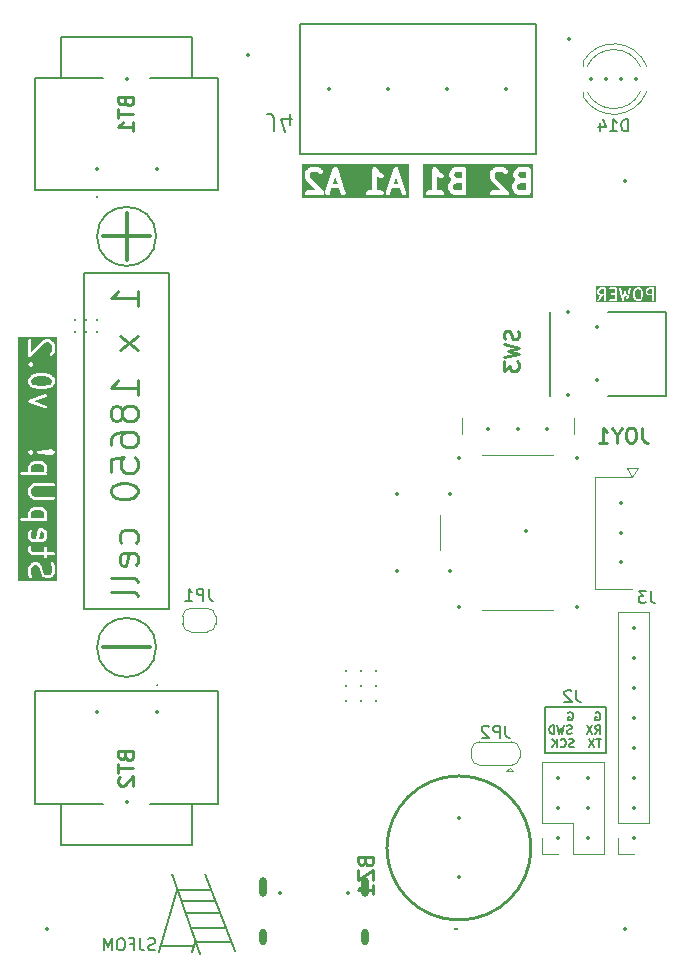
<source format=gbo>
%TF.GenerationSoftware,KiCad,Pcbnew,8.0.6*%
%TF.CreationDate,2024-11-28T22:24:39+00:00*%
%TF.ProjectId,StepUp,53746570-5570-42e6-9b69-6361645f7063,v0.1*%
%TF.SameCoordinates,Original*%
%TF.FileFunction,Legend,Bot*%
%TF.FilePolarity,Positive*%
%FSLAX46Y46*%
G04 Gerber Fmt 4.6, Leading zero omitted, Abs format (unit mm)*
G04 Created by KiCad (PCBNEW 8.0.6) date 2024-11-28 22:24:39*
%MOMM*%
%LPD*%
G01*
G04 APERTURE LIST*
%ADD10C,0.300000*%
%ADD11C,0.150000*%
%ADD12C,0.230000*%
%ADD13C,0.250000*%
%ADD14C,0.400000*%
%ADD15C,0.254000*%
%ADD16C,0.200000*%
%ADD17C,0.100000*%
%ADD18C,0.120000*%
%ADD19C,0.350000*%
%ADD20O,0.600000X1.700000*%
%ADD21O,0.600000X1.400000*%
%ADD22C,0.300000*%
G04 APERTURE END LIST*
D10*
X66158000Y-70420000D02*
X66158000Y-66420000D01*
D11*
X68658000Y-68420000D02*
G75*
G02*
X63658000Y-68420000I-2500000J0D01*
G01*
X63658000Y-68420000D02*
G75*
G02*
X68658000Y-68420000I2500000J0D01*
G01*
X71862500Y-128487500D02*
X69012500Y-128487500D01*
X70462500Y-123737500D02*
X73262500Y-123737500D01*
X75312500Y-128937500D02*
X72762500Y-122437500D01*
X68658000Y-103220000D02*
G75*
G02*
X63658000Y-103220000I-2500000J0D01*
G01*
X63658000Y-103220000D02*
G75*
G02*
X68658000Y-103220000I2500000J0D01*
G01*
X72012500Y-127962500D02*
X71712500Y-129012500D01*
X62533000Y-71520000D02*
X69783000Y-71520000D01*
X69783000Y-99970000D01*
X62533000Y-99970000D01*
X62533000Y-71520000D01*
X71612500Y-126937500D02*
X74512500Y-126937500D01*
D10*
X64158000Y-103220000D02*
X68158000Y-103220000D01*
X64158000Y-68420000D02*
X68158000Y-68420000D01*
D11*
X71212500Y-125687500D02*
X74012500Y-125687500D01*
X70462500Y-123737500D02*
X68862500Y-128987500D01*
X70862500Y-124687500D02*
X73662500Y-124687500D01*
X101575000Y-108250000D02*
X106725000Y-108250000D01*
X106725000Y-112200000D01*
X101575000Y-112200000D01*
X101575000Y-108250000D01*
X72387500Y-129162500D02*
X70012500Y-122437500D01*
X72112500Y-128187500D02*
X75012500Y-128187500D01*
D12*
X67105413Y-74323695D02*
X67105413Y-73009410D01*
X67105413Y-73666553D02*
X64805413Y-73666553D01*
X64805413Y-73666553D02*
X65133985Y-73447505D01*
X65133985Y-73447505D02*
X65353032Y-73228457D01*
X65353032Y-73228457D02*
X65462556Y-73009410D01*
X67105413Y-76842743D02*
X65572080Y-78047505D01*
X65572080Y-76842743D02*
X67105413Y-78047505D01*
X67105413Y-81880838D02*
X67105413Y-80566553D01*
X67105413Y-81223696D02*
X64805413Y-81223696D01*
X64805413Y-81223696D02*
X65133985Y-81004648D01*
X65133985Y-81004648D02*
X65353032Y-80785600D01*
X65353032Y-80785600D02*
X65462556Y-80566553D01*
X65791128Y-83195124D02*
X65681604Y-82976076D01*
X65681604Y-82976076D02*
X65572080Y-82866553D01*
X65572080Y-82866553D02*
X65353032Y-82757029D01*
X65353032Y-82757029D02*
X65243509Y-82757029D01*
X65243509Y-82757029D02*
X65024461Y-82866553D01*
X65024461Y-82866553D02*
X64914937Y-82976076D01*
X64914937Y-82976076D02*
X64805413Y-83195124D01*
X64805413Y-83195124D02*
X64805413Y-83633219D01*
X64805413Y-83633219D02*
X64914937Y-83852267D01*
X64914937Y-83852267D02*
X65024461Y-83961791D01*
X65024461Y-83961791D02*
X65243509Y-84071314D01*
X65243509Y-84071314D02*
X65353032Y-84071314D01*
X65353032Y-84071314D02*
X65572080Y-83961791D01*
X65572080Y-83961791D02*
X65681604Y-83852267D01*
X65681604Y-83852267D02*
X65791128Y-83633219D01*
X65791128Y-83633219D02*
X65791128Y-83195124D01*
X65791128Y-83195124D02*
X65900651Y-82976076D01*
X65900651Y-82976076D02*
X66010175Y-82866553D01*
X66010175Y-82866553D02*
X66229223Y-82757029D01*
X66229223Y-82757029D02*
X66667318Y-82757029D01*
X66667318Y-82757029D02*
X66886366Y-82866553D01*
X66886366Y-82866553D02*
X66995890Y-82976076D01*
X66995890Y-82976076D02*
X67105413Y-83195124D01*
X67105413Y-83195124D02*
X67105413Y-83633219D01*
X67105413Y-83633219D02*
X66995890Y-83852267D01*
X66995890Y-83852267D02*
X66886366Y-83961791D01*
X66886366Y-83961791D02*
X66667318Y-84071314D01*
X66667318Y-84071314D02*
X66229223Y-84071314D01*
X66229223Y-84071314D02*
X66010175Y-83961791D01*
X66010175Y-83961791D02*
X65900651Y-83852267D01*
X65900651Y-83852267D02*
X65791128Y-83633219D01*
X64805413Y-86042743D02*
X64805413Y-85604648D01*
X64805413Y-85604648D02*
X64914937Y-85385600D01*
X64914937Y-85385600D02*
X65024461Y-85276076D01*
X65024461Y-85276076D02*
X65353032Y-85057029D01*
X65353032Y-85057029D02*
X65791128Y-84947505D01*
X65791128Y-84947505D02*
X66667318Y-84947505D01*
X66667318Y-84947505D02*
X66886366Y-85057029D01*
X66886366Y-85057029D02*
X66995890Y-85166552D01*
X66995890Y-85166552D02*
X67105413Y-85385600D01*
X67105413Y-85385600D02*
X67105413Y-85823695D01*
X67105413Y-85823695D02*
X66995890Y-86042743D01*
X66995890Y-86042743D02*
X66886366Y-86152267D01*
X66886366Y-86152267D02*
X66667318Y-86261790D01*
X66667318Y-86261790D02*
X66119699Y-86261790D01*
X66119699Y-86261790D02*
X65900651Y-86152267D01*
X65900651Y-86152267D02*
X65791128Y-86042743D01*
X65791128Y-86042743D02*
X65681604Y-85823695D01*
X65681604Y-85823695D02*
X65681604Y-85385600D01*
X65681604Y-85385600D02*
X65791128Y-85166552D01*
X65791128Y-85166552D02*
X65900651Y-85057029D01*
X65900651Y-85057029D02*
X66119699Y-84947505D01*
X64805413Y-88342743D02*
X64805413Y-87247505D01*
X64805413Y-87247505D02*
X65900651Y-87137981D01*
X65900651Y-87137981D02*
X65791128Y-87247505D01*
X65791128Y-87247505D02*
X65681604Y-87466552D01*
X65681604Y-87466552D02*
X65681604Y-88014171D01*
X65681604Y-88014171D02*
X65791128Y-88233219D01*
X65791128Y-88233219D02*
X65900651Y-88342743D01*
X65900651Y-88342743D02*
X66119699Y-88452266D01*
X66119699Y-88452266D02*
X66667318Y-88452266D01*
X66667318Y-88452266D02*
X66886366Y-88342743D01*
X66886366Y-88342743D02*
X66995890Y-88233219D01*
X66995890Y-88233219D02*
X67105413Y-88014171D01*
X67105413Y-88014171D02*
X67105413Y-87466552D01*
X67105413Y-87466552D02*
X66995890Y-87247505D01*
X66995890Y-87247505D02*
X66886366Y-87137981D01*
X64805413Y-89876076D02*
X64805413Y-90095123D01*
X64805413Y-90095123D02*
X64914937Y-90314171D01*
X64914937Y-90314171D02*
X65024461Y-90423695D01*
X65024461Y-90423695D02*
X65243509Y-90533219D01*
X65243509Y-90533219D02*
X65681604Y-90642742D01*
X65681604Y-90642742D02*
X66229223Y-90642742D01*
X66229223Y-90642742D02*
X66667318Y-90533219D01*
X66667318Y-90533219D02*
X66886366Y-90423695D01*
X66886366Y-90423695D02*
X66995890Y-90314171D01*
X66995890Y-90314171D02*
X67105413Y-90095123D01*
X67105413Y-90095123D02*
X67105413Y-89876076D01*
X67105413Y-89876076D02*
X66995890Y-89657028D01*
X66995890Y-89657028D02*
X66886366Y-89547504D01*
X66886366Y-89547504D02*
X66667318Y-89437981D01*
X66667318Y-89437981D02*
X66229223Y-89328457D01*
X66229223Y-89328457D02*
X65681604Y-89328457D01*
X65681604Y-89328457D02*
X65243509Y-89437981D01*
X65243509Y-89437981D02*
X65024461Y-89547504D01*
X65024461Y-89547504D02*
X64914937Y-89657028D01*
X64914937Y-89657028D02*
X64805413Y-89876076D01*
X66995890Y-94366552D02*
X67105413Y-94147504D01*
X67105413Y-94147504D02*
X67105413Y-93709409D01*
X67105413Y-93709409D02*
X66995890Y-93490361D01*
X66995890Y-93490361D02*
X66886366Y-93380838D01*
X66886366Y-93380838D02*
X66667318Y-93271314D01*
X66667318Y-93271314D02*
X66010175Y-93271314D01*
X66010175Y-93271314D02*
X65791128Y-93380838D01*
X65791128Y-93380838D02*
X65681604Y-93490361D01*
X65681604Y-93490361D02*
X65572080Y-93709409D01*
X65572080Y-93709409D02*
X65572080Y-94147504D01*
X65572080Y-94147504D02*
X65681604Y-94366552D01*
X66995890Y-96228457D02*
X67105413Y-96009409D01*
X67105413Y-96009409D02*
X67105413Y-95571314D01*
X67105413Y-95571314D02*
X66995890Y-95352267D01*
X66995890Y-95352267D02*
X66776842Y-95242743D01*
X66776842Y-95242743D02*
X65900651Y-95242743D01*
X65900651Y-95242743D02*
X65681604Y-95352267D01*
X65681604Y-95352267D02*
X65572080Y-95571314D01*
X65572080Y-95571314D02*
X65572080Y-96009409D01*
X65572080Y-96009409D02*
X65681604Y-96228457D01*
X65681604Y-96228457D02*
X65900651Y-96337981D01*
X65900651Y-96337981D02*
X66119699Y-96337981D01*
X66119699Y-96337981D02*
X66338747Y-95242743D01*
X67105413Y-97652267D02*
X66995890Y-97433219D01*
X66995890Y-97433219D02*
X66776842Y-97323696D01*
X66776842Y-97323696D02*
X64805413Y-97323696D01*
X67105413Y-98857029D02*
X66995890Y-98637981D01*
X66995890Y-98637981D02*
X66776842Y-98528458D01*
X66776842Y-98528458D02*
X64805413Y-98528458D01*
D11*
G36*
X109619858Y-72929077D02*
G01*
X109691800Y-73001019D01*
X109732142Y-73162386D01*
X109732142Y-73477251D01*
X109691800Y-73638617D01*
X109619857Y-73710561D01*
X109551342Y-73744819D01*
X109396276Y-73744819D01*
X109327760Y-73710561D01*
X109255817Y-73638617D01*
X109215476Y-73477251D01*
X109215476Y-73162386D01*
X109255817Y-73001019D01*
X109327760Y-72929077D01*
X109396276Y-72894819D01*
X109551342Y-72894819D01*
X109619858Y-72929077D01*
G37*
G36*
X106589285Y-73268628D02*
G01*
X106301038Y-73268628D01*
X106232522Y-73234370D01*
X106202115Y-73203963D01*
X106167857Y-73135447D01*
X106167857Y-73028000D01*
X106202115Y-72959484D01*
X106232522Y-72929077D01*
X106301038Y-72894819D01*
X106589285Y-72894819D01*
X106589285Y-73268628D01*
G37*
G36*
X110684523Y-73268628D02*
G01*
X110396276Y-73268628D01*
X110327760Y-73234370D01*
X110297353Y-73203963D01*
X110263095Y-73135447D01*
X110263095Y-73028000D01*
X110297353Y-72959484D01*
X110327760Y-72929077D01*
X110396276Y-72894819D01*
X110684523Y-72894819D01*
X110684523Y-73268628D01*
G37*
G36*
X110945634Y-74005930D02*
G01*
X105906746Y-74005930D01*
X105906746Y-73010295D01*
X106017857Y-73010295D01*
X106017857Y-73153152D01*
X106019298Y-73167784D01*
X106020329Y-73170273D01*
X106020520Y-73172961D01*
X106025775Y-73186693D01*
X106073394Y-73281931D01*
X106077358Y-73288230D01*
X106078116Y-73290058D01*
X106079804Y-73292114D01*
X106081226Y-73294374D01*
X106082724Y-73295673D01*
X106087443Y-73301423D01*
X106135062Y-73349042D01*
X106140811Y-73353760D01*
X106142111Y-73355259D01*
X106144370Y-73356680D01*
X106146427Y-73358369D01*
X106148254Y-73359126D01*
X106154554Y-73363091D01*
X106249792Y-73410710D01*
X106263523Y-73415965D01*
X106266212Y-73416156D01*
X106268701Y-73417187D01*
X106282218Y-73418518D01*
X106031415Y-73776809D01*
X106024204Y-73789623D01*
X106017875Y-73818194D01*
X106022960Y-73847011D01*
X106038687Y-73871690D01*
X106062661Y-73888472D01*
X106091232Y-73894801D01*
X106120049Y-73889716D01*
X106144728Y-73873989D01*
X106154299Y-73862829D01*
X106465239Y-73418628D01*
X106589285Y-73418628D01*
X106589285Y-73819819D01*
X106590726Y-73834451D01*
X106601925Y-73861487D01*
X106622617Y-73882179D01*
X106649653Y-73893378D01*
X106678917Y-73893378D01*
X106705953Y-73882179D01*
X106726645Y-73861487D01*
X106737844Y-73834451D01*
X106739285Y-73819819D01*
X106739285Y-72819819D01*
X106737844Y-72805187D01*
X107019298Y-72805187D01*
X107019298Y-72834451D01*
X107030497Y-72861487D01*
X107051189Y-72882179D01*
X107078225Y-72893378D01*
X107092857Y-72894819D01*
X107494047Y-72894819D01*
X107494047Y-73221009D01*
X107235714Y-73221009D01*
X107221082Y-73222450D01*
X107194046Y-73233649D01*
X107173354Y-73254341D01*
X107162155Y-73281377D01*
X107162155Y-73310641D01*
X107173354Y-73337677D01*
X107194046Y-73358369D01*
X107221082Y-73369568D01*
X107235714Y-73371009D01*
X107494047Y-73371009D01*
X107494047Y-73744819D01*
X107092857Y-73744819D01*
X107078225Y-73746260D01*
X107051189Y-73757459D01*
X107030497Y-73778151D01*
X107019298Y-73805187D01*
X107019298Y-73834451D01*
X107030497Y-73861487D01*
X107051189Y-73882179D01*
X107078225Y-73893378D01*
X107092857Y-73894819D01*
X107569047Y-73894819D01*
X107583679Y-73893378D01*
X107610715Y-73882179D01*
X107631407Y-73861487D01*
X107642606Y-73834451D01*
X107644047Y-73819819D01*
X107644047Y-72822623D01*
X107875052Y-72822623D01*
X107877040Y-72837191D01*
X108115135Y-73837191D01*
X108116864Y-73842210D01*
X108117104Y-73844012D01*
X108118046Y-73845640D01*
X108119925Y-73851091D01*
X108126311Y-73859915D01*
X108131766Y-73869337D01*
X108134823Y-73871677D01*
X108137082Y-73874798D01*
X108146357Y-73880505D01*
X108155004Y-73887124D01*
X108158724Y-73888116D01*
X108162004Y-73890134D01*
X108172758Y-73891858D01*
X108183280Y-73894664D01*
X108187095Y-73894157D01*
X108190899Y-73894767D01*
X108201497Y-73892243D01*
X108212288Y-73890810D01*
X108215619Y-73888881D01*
X108219367Y-73887989D01*
X108228191Y-73881602D01*
X108237613Y-73876148D01*
X108239953Y-73873090D01*
X108243074Y-73870832D01*
X108248781Y-73861556D01*
X108255400Y-73852910D01*
X108257425Y-73847510D01*
X108258410Y-73845910D01*
X108258697Y-73844118D01*
X108260563Y-73839144D01*
X108378570Y-73396613D01*
X108496579Y-73839144D01*
X108498444Y-73844119D01*
X108498732Y-73845910D01*
X108499716Y-73847509D01*
X108501742Y-73852911D01*
X108508362Y-73861559D01*
X108514068Y-73870832D01*
X108517188Y-73873090D01*
X108519529Y-73876148D01*
X108528950Y-73881602D01*
X108537775Y-73887989D01*
X108541522Y-73888881D01*
X108544854Y-73890810D01*
X108555647Y-73892244D01*
X108566243Y-73894767D01*
X108570044Y-73894157D01*
X108573863Y-73894665D01*
X108584394Y-73891856D01*
X108595138Y-73890134D01*
X108598414Y-73888118D01*
X108602138Y-73887125D01*
X108610788Y-73880503D01*
X108620060Y-73874798D01*
X108622318Y-73871677D01*
X108625376Y-73869337D01*
X108630831Y-73859914D01*
X108637217Y-73851091D01*
X108639094Y-73845642D01*
X108640038Y-73844013D01*
X108640277Y-73842209D01*
X108642007Y-73837191D01*
X108804873Y-73153152D01*
X109065476Y-73153152D01*
X109065476Y-73486485D01*
X109065727Y-73489038D01*
X109065565Y-73490131D01*
X109066374Y-73495604D01*
X109066917Y-73501117D01*
X109067339Y-73502138D01*
X109067715Y-73504675D01*
X109115334Y-73695151D01*
X109120281Y-73708997D01*
X109123600Y-73713476D01*
X109125734Y-73718628D01*
X109135062Y-73729994D01*
X109230300Y-73825233D01*
X109236050Y-73829953D01*
X109237349Y-73831450D01*
X109239603Y-73832869D01*
X109241665Y-73834561D01*
X109243497Y-73835319D01*
X109249792Y-73839282D01*
X109345030Y-73886901D01*
X109358761Y-73892156D01*
X109361450Y-73892347D01*
X109363939Y-73893378D01*
X109378571Y-73894819D01*
X109569047Y-73894819D01*
X109583679Y-73893378D01*
X109586168Y-73892346D01*
X109588856Y-73892156D01*
X109602588Y-73886901D01*
X109697826Y-73839282D01*
X109704125Y-73835317D01*
X109705953Y-73834560D01*
X109708009Y-73832871D01*
X109710269Y-73831450D01*
X109711568Y-73829951D01*
X109717318Y-73825233D01*
X109812557Y-73729993D01*
X109821884Y-73718628D01*
X109824017Y-73713476D01*
X109827337Y-73708997D01*
X109832284Y-73695151D01*
X109879903Y-73504675D01*
X109880278Y-73502138D01*
X109880701Y-73501117D01*
X109881243Y-73495604D01*
X109882053Y-73490131D01*
X109881890Y-73489038D01*
X109882142Y-73486485D01*
X109882142Y-73153152D01*
X109881890Y-73150598D01*
X109882053Y-73149506D01*
X109881243Y-73144032D01*
X109880701Y-73138520D01*
X109880278Y-73137498D01*
X109879903Y-73134962D01*
X109848736Y-73010295D01*
X110113095Y-73010295D01*
X110113095Y-73153152D01*
X110114536Y-73167784D01*
X110115567Y-73170273D01*
X110115758Y-73172961D01*
X110121013Y-73186693D01*
X110168632Y-73281931D01*
X110172596Y-73288230D01*
X110173354Y-73290058D01*
X110175042Y-73292114D01*
X110176464Y-73294374D01*
X110177962Y-73295673D01*
X110182681Y-73301423D01*
X110230300Y-73349042D01*
X110236049Y-73353760D01*
X110237349Y-73355259D01*
X110239608Y-73356680D01*
X110241665Y-73358369D01*
X110243492Y-73359126D01*
X110249792Y-73363091D01*
X110345030Y-73410710D01*
X110358761Y-73415965D01*
X110361450Y-73416156D01*
X110363939Y-73417187D01*
X110378571Y-73418628D01*
X110684523Y-73418628D01*
X110684523Y-73819819D01*
X110685964Y-73834451D01*
X110697163Y-73861487D01*
X110717855Y-73882179D01*
X110744891Y-73893378D01*
X110774155Y-73893378D01*
X110801191Y-73882179D01*
X110821883Y-73861487D01*
X110833082Y-73834451D01*
X110834523Y-73819819D01*
X110834523Y-72819819D01*
X110833082Y-72805187D01*
X110821883Y-72778151D01*
X110801191Y-72757459D01*
X110774155Y-72746260D01*
X110759523Y-72744819D01*
X110378571Y-72744819D01*
X110363939Y-72746260D01*
X110361450Y-72747290D01*
X110358761Y-72747482D01*
X110345030Y-72752737D01*
X110249792Y-72800356D01*
X110243492Y-72804320D01*
X110241665Y-72805078D01*
X110239608Y-72806766D01*
X110237349Y-72808188D01*
X110236049Y-72809686D01*
X110230300Y-72814405D01*
X110182681Y-72862024D01*
X110177962Y-72867773D01*
X110176464Y-72869073D01*
X110175042Y-72871332D01*
X110173354Y-72873389D01*
X110172596Y-72875216D01*
X110168632Y-72881516D01*
X110121013Y-72976754D01*
X110115758Y-72990486D01*
X110115567Y-72993173D01*
X110114536Y-72995663D01*
X110113095Y-73010295D01*
X109848736Y-73010295D01*
X109832284Y-72944486D01*
X109827337Y-72930640D01*
X109824018Y-72926161D01*
X109821884Y-72921008D01*
X109812556Y-72909643D01*
X109717318Y-72814405D01*
X109711568Y-72809686D01*
X109710269Y-72808188D01*
X109708009Y-72806766D01*
X109705953Y-72805078D01*
X109704125Y-72804320D01*
X109697826Y-72800356D01*
X109602588Y-72752737D01*
X109588856Y-72747482D01*
X109586168Y-72747291D01*
X109583679Y-72746260D01*
X109569047Y-72744819D01*
X109378571Y-72744819D01*
X109363939Y-72746260D01*
X109361450Y-72747290D01*
X109358761Y-72747482D01*
X109345030Y-72752737D01*
X109249792Y-72800356D01*
X109243497Y-72804318D01*
X109241665Y-72805077D01*
X109239603Y-72806768D01*
X109237349Y-72808188D01*
X109236050Y-72809684D01*
X109230300Y-72814405D01*
X109135062Y-72909643D01*
X109125735Y-72921008D01*
X109123601Y-72926158D01*
X109120281Y-72930640D01*
X109115334Y-72944486D01*
X109067715Y-73134962D01*
X109067339Y-73137498D01*
X109066917Y-73138520D01*
X109066374Y-73144032D01*
X109065565Y-73149506D01*
X109065727Y-73150598D01*
X109065476Y-73153152D01*
X108804873Y-73153152D01*
X108880102Y-72837190D01*
X108882090Y-72822623D01*
X108877457Y-72793728D01*
X108862121Y-72768806D01*
X108838414Y-72751649D01*
X108809946Y-72744871D01*
X108781051Y-72749504D01*
X108756129Y-72764840D01*
X108738972Y-72788547D01*
X108734182Y-72802447D01*
X108564930Y-73513303D01*
X108451039Y-73086208D01*
X108449753Y-73082780D01*
X108449562Y-73081339D01*
X108448570Y-73079626D01*
X108445876Y-73072442D01*
X108439861Y-73064583D01*
X108434900Y-73056015D01*
X108431041Y-73053061D01*
X108428089Y-73049204D01*
X108419524Y-73044245D01*
X108411662Y-73038227D01*
X108406965Y-73036974D01*
X108402764Y-73034542D01*
X108392957Y-73033239D01*
X108383387Y-73030687D01*
X108378568Y-73031327D01*
X108373756Y-73030688D01*
X108364195Y-73033237D01*
X108354378Y-73034542D01*
X108350172Y-73036976D01*
X108345480Y-73038228D01*
X108337620Y-73044243D01*
X108329053Y-73049204D01*
X108326099Y-73053062D01*
X108322242Y-73056015D01*
X108317283Y-73064580D01*
X108311266Y-73072441D01*
X108308569Y-73079630D01*
X108307580Y-73081340D01*
X108307388Y-73082779D01*
X108306103Y-73086208D01*
X108192211Y-73513303D01*
X108022960Y-72802447D01*
X108018170Y-72788547D01*
X108001013Y-72764840D01*
X107976091Y-72749504D01*
X107947196Y-72744871D01*
X107918728Y-72751649D01*
X107895021Y-72768806D01*
X107879685Y-72793728D01*
X107875052Y-72822623D01*
X107644047Y-72822623D01*
X107644047Y-72819819D01*
X107642606Y-72805187D01*
X107631407Y-72778151D01*
X107610715Y-72757459D01*
X107583679Y-72746260D01*
X107569047Y-72744819D01*
X107092857Y-72744819D01*
X107078225Y-72746260D01*
X107051189Y-72757459D01*
X107030497Y-72778151D01*
X107019298Y-72805187D01*
X106737844Y-72805187D01*
X106726645Y-72778151D01*
X106705953Y-72757459D01*
X106678917Y-72746260D01*
X106664285Y-72744819D01*
X106283333Y-72744819D01*
X106268701Y-72746260D01*
X106266212Y-72747290D01*
X106263523Y-72747482D01*
X106249792Y-72752737D01*
X106154554Y-72800356D01*
X106148254Y-72804320D01*
X106146427Y-72805078D01*
X106144370Y-72806766D01*
X106142111Y-72808188D01*
X106140811Y-72809686D01*
X106135062Y-72814405D01*
X106087443Y-72862024D01*
X106082724Y-72867773D01*
X106081226Y-72869073D01*
X106079804Y-72871332D01*
X106078116Y-72873389D01*
X106077358Y-72875216D01*
X106073394Y-72881516D01*
X106025775Y-72976754D01*
X106020520Y-72990486D01*
X106020329Y-72993173D01*
X106019298Y-72995663D01*
X106017857Y-73010295D01*
X105906746Y-73010295D01*
X105906746Y-72633708D01*
X110945634Y-72633708D01*
X110945634Y-74005930D01*
G37*
X68573339Y-128809700D02*
X68430482Y-128857319D01*
X68430482Y-128857319D02*
X68192387Y-128857319D01*
X68192387Y-128857319D02*
X68097149Y-128809700D01*
X68097149Y-128809700D02*
X68049530Y-128762080D01*
X68049530Y-128762080D02*
X68001911Y-128666842D01*
X68001911Y-128666842D02*
X68001911Y-128571604D01*
X68001911Y-128571604D02*
X68049530Y-128476366D01*
X68049530Y-128476366D02*
X68097149Y-128428747D01*
X68097149Y-128428747D02*
X68192387Y-128381128D01*
X68192387Y-128381128D02*
X68382863Y-128333509D01*
X68382863Y-128333509D02*
X68478101Y-128285890D01*
X68478101Y-128285890D02*
X68525720Y-128238271D01*
X68525720Y-128238271D02*
X68573339Y-128143033D01*
X68573339Y-128143033D02*
X68573339Y-128047795D01*
X68573339Y-128047795D02*
X68525720Y-127952557D01*
X68525720Y-127952557D02*
X68478101Y-127904938D01*
X68478101Y-127904938D02*
X68382863Y-127857319D01*
X68382863Y-127857319D02*
X68144768Y-127857319D01*
X68144768Y-127857319D02*
X68001911Y-127904938D01*
X67287625Y-127857319D02*
X67287625Y-128571604D01*
X67287625Y-128571604D02*
X67335244Y-128714461D01*
X67335244Y-128714461D02*
X67430482Y-128809700D01*
X67430482Y-128809700D02*
X67573339Y-128857319D01*
X67573339Y-128857319D02*
X67668577Y-128857319D01*
X66478101Y-128333509D02*
X66811434Y-128333509D01*
X66811434Y-128857319D02*
X66811434Y-127857319D01*
X66811434Y-127857319D02*
X66335244Y-127857319D01*
X65763815Y-127857319D02*
X65573339Y-127857319D01*
X65573339Y-127857319D02*
X65478101Y-127904938D01*
X65478101Y-127904938D02*
X65382863Y-128000176D01*
X65382863Y-128000176D02*
X65335244Y-128190652D01*
X65335244Y-128190652D02*
X65335244Y-128523985D01*
X65335244Y-128523985D02*
X65382863Y-128714461D01*
X65382863Y-128714461D02*
X65478101Y-128809700D01*
X65478101Y-128809700D02*
X65573339Y-128857319D01*
X65573339Y-128857319D02*
X65763815Y-128857319D01*
X65763815Y-128857319D02*
X65859053Y-128809700D01*
X65859053Y-128809700D02*
X65954291Y-128714461D01*
X65954291Y-128714461D02*
X66001910Y-128523985D01*
X66001910Y-128523985D02*
X66001910Y-128190652D01*
X66001910Y-128190652D02*
X65954291Y-128000176D01*
X65954291Y-128000176D02*
X65859053Y-127904938D01*
X65859053Y-127904938D02*
X65763815Y-127857319D01*
X64906672Y-128857319D02*
X64906672Y-127857319D01*
X64906672Y-127857319D02*
X64573339Y-128571604D01*
X64573339Y-128571604D02*
X64240006Y-127857319D01*
X64240006Y-127857319D02*
X64240006Y-128857319D01*
D13*
G36*
X59102688Y-93442982D02*
G01*
X59166095Y-93569796D01*
X59166095Y-93891733D01*
X59102688Y-94018546D01*
X58975871Y-94081955D01*
X58776904Y-94081955D01*
X58917380Y-93379574D01*
X58975871Y-93379574D01*
X59102688Y-93442982D01*
G37*
G36*
X59026576Y-91643021D02*
G01*
X59093125Y-91709570D01*
X59166095Y-91855510D01*
X59166095Y-92177447D01*
X59118603Y-92272431D01*
X58130254Y-92272431D01*
X58082761Y-92177446D01*
X58082761Y-91855510D01*
X58155731Y-91709570D01*
X58222282Y-91643020D01*
X58368222Y-91570050D01*
X58880633Y-91570050D01*
X59026576Y-91643021D01*
G37*
G36*
X59026576Y-87738259D02*
G01*
X59093125Y-87804808D01*
X59166095Y-87950748D01*
X59166095Y-88272685D01*
X59118603Y-88367669D01*
X58130254Y-88367669D01*
X58082761Y-88272684D01*
X58082761Y-87950748D01*
X58155731Y-87804808D01*
X58222282Y-87738258D01*
X58368222Y-87665288D01*
X58880633Y-87665288D01*
X59026576Y-87738259D01*
G37*
G36*
X59533181Y-80324893D02*
G01*
X59693241Y-80404923D01*
X59759791Y-80471473D01*
X59832761Y-80617413D01*
X59832761Y-80748874D01*
X59759791Y-80894814D01*
X59693241Y-80961363D01*
X59533181Y-81041393D01*
X59180468Y-81129572D01*
X58735055Y-81129572D01*
X58382341Y-81041393D01*
X58222282Y-80961364D01*
X58155731Y-80894813D01*
X58082761Y-80748873D01*
X58082761Y-80617413D01*
X58155731Y-80471473D01*
X58222282Y-80404923D01*
X58382341Y-80324893D01*
X58735055Y-80236715D01*
X59180468Y-80236715D01*
X59533181Y-80324893D01*
G37*
G36*
X60304983Y-97601796D02*
G01*
X56946275Y-97601796D01*
X56946275Y-96492669D01*
X57832761Y-96492669D01*
X57832761Y-96968860D01*
X57833976Y-96981203D01*
X57833743Y-96984495D01*
X57834727Y-96988824D01*
X57835163Y-96993246D01*
X57836426Y-96996295D01*
X57839176Y-97008389D01*
X57934415Y-97294103D01*
X57944405Y-97316478D01*
X57976361Y-97353323D01*
X58019985Y-97375135D01*
X58068635Y-97378592D01*
X58114904Y-97363169D01*
X58151749Y-97331213D01*
X58173561Y-97287589D01*
X58177018Y-97238939D01*
X58171585Y-97215045D01*
X58082761Y-96948575D01*
X58082761Y-96522177D01*
X58155731Y-96376237D01*
X58222282Y-96309687D01*
X58368222Y-96236717D01*
X58499682Y-96236717D01*
X58645622Y-96309687D01*
X58712172Y-96376237D01*
X58792201Y-96536295D01*
X58884112Y-96903939D01*
X58884755Y-96905738D01*
X58884819Y-96906638D01*
X58888701Y-96916784D01*
X58892357Y-96927014D01*
X58892893Y-96927738D01*
X58893577Y-96929524D01*
X58988816Y-97120000D01*
X58995423Y-97130496D01*
X58996686Y-97133544D01*
X58999502Y-97136975D01*
X59001870Y-97140737D01*
X59004364Y-97142900D01*
X59012231Y-97152486D01*
X59107469Y-97247724D01*
X59117054Y-97255590D01*
X59119218Y-97258085D01*
X59122979Y-97260452D01*
X59126411Y-97263269D01*
X59129458Y-97264531D01*
X59139955Y-97271139D01*
X59330432Y-97366378D01*
X59353317Y-97375135D01*
X59357798Y-97375453D01*
X59361947Y-97377172D01*
X59386333Y-97379574D01*
X59576809Y-97379574D01*
X59601195Y-97377172D01*
X59605343Y-97375453D01*
X59609825Y-97375135D01*
X59632711Y-97366377D01*
X59823187Y-97271139D01*
X59833683Y-97264531D01*
X59836731Y-97263269D01*
X59840162Y-97260452D01*
X59843924Y-97258085D01*
X59846087Y-97255590D01*
X59855673Y-97247724D01*
X59950911Y-97152486D01*
X59958777Y-97142900D01*
X59961272Y-97140737D01*
X59963639Y-97136975D01*
X59966456Y-97133544D01*
X59967718Y-97130496D01*
X59974326Y-97120000D01*
X60069565Y-96929523D01*
X60078322Y-96906638D01*
X60078640Y-96902156D01*
X60080359Y-96898008D01*
X60082761Y-96873622D01*
X60082761Y-96397431D01*
X60081545Y-96385087D01*
X60081779Y-96381797D01*
X60080794Y-96377467D01*
X60080359Y-96373045D01*
X60079095Y-96369993D01*
X60076346Y-96357903D01*
X59981108Y-96072189D01*
X59971118Y-96049814D01*
X59939163Y-96012968D01*
X59895538Y-95991156D01*
X59846889Y-95987699D01*
X59800620Y-96003122D01*
X59763774Y-96035077D01*
X59741962Y-96078702D01*
X59738505Y-96127351D01*
X59743938Y-96151245D01*
X59832761Y-96417714D01*
X59832761Y-96844114D01*
X59759791Y-96990054D01*
X59693241Y-97056603D01*
X59547301Y-97129574D01*
X59415841Y-97129574D01*
X59269901Y-97056604D01*
X59203350Y-96990053D01*
X59123320Y-96829994D01*
X59031410Y-96462352D01*
X59030766Y-96460552D01*
X59030703Y-96459653D01*
X59026816Y-96449495D01*
X59023165Y-96439277D01*
X59022629Y-96438554D01*
X59021946Y-96436768D01*
X58926707Y-96246291D01*
X58920099Y-96235794D01*
X58918837Y-96232747D01*
X58916020Y-96229315D01*
X58913653Y-96225554D01*
X58911158Y-96223390D01*
X58903292Y-96213805D01*
X58808054Y-96118567D01*
X58798468Y-96110700D01*
X58796305Y-96108206D01*
X58792543Y-96105838D01*
X58789112Y-96103022D01*
X58786064Y-96101759D01*
X58775568Y-96095152D01*
X58585092Y-95999914D01*
X58562206Y-95991156D01*
X58557724Y-95990837D01*
X58553576Y-95989119D01*
X58529190Y-95986717D01*
X58338714Y-95986717D01*
X58314328Y-95989119D01*
X58310179Y-95990837D01*
X58305698Y-95991156D01*
X58282813Y-95999913D01*
X58092336Y-96095152D01*
X58081839Y-96101759D01*
X58078792Y-96103022D01*
X58075360Y-96105838D01*
X58071599Y-96108206D01*
X58069435Y-96110700D01*
X58059850Y-96118567D01*
X57964612Y-96213805D01*
X57956745Y-96223390D01*
X57954251Y-96225554D01*
X57951883Y-96229315D01*
X57949067Y-96232747D01*
X57947804Y-96235794D01*
X57941197Y-96246291D01*
X57845958Y-96436767D01*
X57837200Y-96459653D01*
X57836881Y-96464134D01*
X57835163Y-96468283D01*
X57832761Y-96492669D01*
X56946275Y-96492669D01*
X56946275Y-94778384D01*
X57832761Y-94778384D01*
X57832761Y-94968860D01*
X57835163Y-94993246D01*
X57836881Y-94997394D01*
X57837200Y-95001876D01*
X57845958Y-95024762D01*
X57941197Y-95215238D01*
X57943763Y-95219314D01*
X57944405Y-95221240D01*
X57946484Y-95223638D01*
X57954251Y-95235975D01*
X57966091Y-95246244D01*
X57976361Y-95258085D01*
X57988697Y-95265851D01*
X57991096Y-95267931D01*
X57993021Y-95268572D01*
X57997098Y-95271139D01*
X58187575Y-95366378D01*
X58210460Y-95375135D01*
X58214941Y-95375453D01*
X58219090Y-95377172D01*
X58243476Y-95379574D01*
X59166095Y-95379574D01*
X59166095Y-95540288D01*
X59168497Y-95564674D01*
X59187161Y-95609734D01*
X59221649Y-95644222D01*
X59266709Y-95662886D01*
X59315481Y-95662886D01*
X59360541Y-95644222D01*
X59395029Y-95609734D01*
X59413693Y-95564674D01*
X59416095Y-95540288D01*
X59416095Y-95379574D01*
X59957761Y-95379574D01*
X59982147Y-95377172D01*
X60027207Y-95358508D01*
X60061695Y-95324020D01*
X60080359Y-95278960D01*
X60080359Y-95230188D01*
X60061695Y-95185128D01*
X60027207Y-95150640D01*
X59982147Y-95131976D01*
X59957761Y-95129574D01*
X59416095Y-95129574D01*
X59416095Y-94778384D01*
X59413693Y-94753998D01*
X59395029Y-94708938D01*
X59360541Y-94674450D01*
X59315481Y-94655786D01*
X59266709Y-94655786D01*
X59221649Y-94674450D01*
X59187161Y-94708938D01*
X59168497Y-94753998D01*
X59166095Y-94778384D01*
X59166095Y-95129574D01*
X58272984Y-95129574D01*
X58146169Y-95066166D01*
X58082761Y-94939351D01*
X58082761Y-94778384D01*
X58080359Y-94753998D01*
X58061695Y-94708938D01*
X58027207Y-94674450D01*
X57982147Y-94655786D01*
X57933375Y-94655786D01*
X57888315Y-94674450D01*
X57853827Y-94708938D01*
X57835163Y-94753998D01*
X57832761Y-94778384D01*
X56946275Y-94778384D01*
X56946275Y-93540288D01*
X57832761Y-93540288D01*
X57832761Y-93921241D01*
X57835163Y-93945627D01*
X57836881Y-93949775D01*
X57837200Y-93954257D01*
X57845958Y-93977143D01*
X57941197Y-94167619D01*
X57943763Y-94171695D01*
X57944405Y-94173621D01*
X57946484Y-94176019D01*
X57954251Y-94188356D01*
X57966091Y-94198625D01*
X57976361Y-94210466D01*
X57988697Y-94218232D01*
X57991096Y-94220312D01*
X57993021Y-94220953D01*
X57997098Y-94223520D01*
X58187575Y-94318759D01*
X58210460Y-94327516D01*
X58214941Y-94327834D01*
X58219090Y-94329553D01*
X58243476Y-94331955D01*
X58624297Y-94331955D01*
X59005380Y-94331955D01*
X59029766Y-94329553D01*
X59033914Y-94327834D01*
X59038396Y-94327516D01*
X59061281Y-94318759D01*
X59251759Y-94223520D01*
X59255835Y-94220953D01*
X59257761Y-94220312D01*
X59260159Y-94218232D01*
X59272496Y-94210466D01*
X59282765Y-94198625D01*
X59294606Y-94188356D01*
X59302372Y-94176019D01*
X59304452Y-94173621D01*
X59305093Y-94171695D01*
X59307660Y-94167619D01*
X59402899Y-93977142D01*
X59411656Y-93954257D01*
X59411974Y-93949775D01*
X59413693Y-93945627D01*
X59416095Y-93921241D01*
X59416095Y-93540288D01*
X59413693Y-93515902D01*
X59411974Y-93511753D01*
X59411656Y-93507272D01*
X59402899Y-93484387D01*
X59307660Y-93293910D01*
X59305093Y-93289833D01*
X59304452Y-93287908D01*
X59302372Y-93285509D01*
X59294606Y-93273173D01*
X59282765Y-93262903D01*
X59272496Y-93251063D01*
X59260159Y-93243296D01*
X59257761Y-93241217D01*
X59255835Y-93240575D01*
X59251759Y-93238009D01*
X59061281Y-93142770D01*
X59038396Y-93134013D01*
X59033914Y-93133694D01*
X59029766Y-93131976D01*
X59005380Y-93129574D01*
X58814904Y-93129574D01*
X58790518Y-93131976D01*
X58779203Y-93136662D01*
X58767190Y-93139039D01*
X58756892Y-93145903D01*
X58745458Y-93150640D01*
X58736798Y-93159299D01*
X58726608Y-93166093D01*
X58719720Y-93176377D01*
X58710970Y-93185128D01*
X58706283Y-93196442D01*
X58699469Y-93206618D01*
X58692331Y-93230059D01*
X58521952Y-94081955D01*
X58272984Y-94081955D01*
X58146169Y-94018547D01*
X58082761Y-93891732D01*
X58082761Y-93569796D01*
X58164803Y-93405714D01*
X58173561Y-93382829D01*
X58177019Y-93334179D01*
X58161595Y-93287908D01*
X58129639Y-93251063D01*
X58086016Y-93229251D01*
X58037367Y-93225793D01*
X57991096Y-93241217D01*
X57954251Y-93273173D01*
X57941197Y-93293910D01*
X57845958Y-93484386D01*
X57837200Y-93507272D01*
X57836881Y-93511753D01*
X57835163Y-93515902D01*
X57832761Y-93540288D01*
X56946275Y-93540288D01*
X56946275Y-92373045D01*
X57168497Y-92373045D01*
X57168497Y-92421817D01*
X57187161Y-92466877D01*
X57221649Y-92501365D01*
X57266709Y-92520029D01*
X57291095Y-92522431D01*
X59291095Y-92522431D01*
X59315481Y-92520029D01*
X59360541Y-92501365D01*
X59395029Y-92466877D01*
X59413693Y-92421817D01*
X59413693Y-92373045D01*
X59395029Y-92327985D01*
X59378565Y-92311521D01*
X59402899Y-92262856D01*
X59411656Y-92239971D01*
X59411974Y-92235489D01*
X59413693Y-92231341D01*
X59416095Y-92206955D01*
X59416095Y-91826002D01*
X59413693Y-91801616D01*
X59411974Y-91797467D01*
X59411656Y-91792986D01*
X59402899Y-91770101D01*
X59307660Y-91579624D01*
X59301052Y-91569127D01*
X59299790Y-91566080D01*
X59296973Y-91562648D01*
X59294606Y-91558887D01*
X59292111Y-91556723D01*
X59284245Y-91547138D01*
X59189007Y-91451900D01*
X59179421Y-91444033D01*
X59177258Y-91441539D01*
X59173496Y-91439171D01*
X59170065Y-91436355D01*
X59167017Y-91435092D01*
X59156521Y-91428485D01*
X58966043Y-91333246D01*
X58943158Y-91324489D01*
X58938676Y-91324170D01*
X58934528Y-91322452D01*
X58910142Y-91320050D01*
X58338714Y-91320050D01*
X58314328Y-91322452D01*
X58310179Y-91324170D01*
X58305698Y-91324489D01*
X58282813Y-91333246D01*
X58092336Y-91428485D01*
X58081839Y-91435092D01*
X58078792Y-91436355D01*
X58075360Y-91439171D01*
X58071599Y-91441539D01*
X58069435Y-91444033D01*
X58059850Y-91451900D01*
X57964612Y-91547138D01*
X57956745Y-91556723D01*
X57954251Y-91558887D01*
X57951883Y-91562648D01*
X57949067Y-91566080D01*
X57947804Y-91569127D01*
X57941197Y-91579624D01*
X57845958Y-91770100D01*
X57837200Y-91792986D01*
X57836881Y-91797467D01*
X57835163Y-91801616D01*
X57832761Y-91826002D01*
X57832761Y-92206955D01*
X57835163Y-92231341D01*
X57836881Y-92235489D01*
X57837200Y-92239971D01*
X57845958Y-92262857D01*
X57850745Y-92272431D01*
X57291095Y-92272431D01*
X57266709Y-92274833D01*
X57221649Y-92293497D01*
X57187161Y-92327985D01*
X57168497Y-92373045D01*
X56946275Y-92373045D01*
X56946275Y-89826002D01*
X57832761Y-89826002D01*
X57832761Y-90206955D01*
X57835163Y-90231341D01*
X57836881Y-90235489D01*
X57837200Y-90239971D01*
X57845958Y-90262857D01*
X57941197Y-90453333D01*
X57947804Y-90463829D01*
X57949067Y-90466877D01*
X57951883Y-90470308D01*
X57954251Y-90474070D01*
X57956745Y-90476233D01*
X57964612Y-90485819D01*
X58059850Y-90581057D01*
X58069435Y-90588923D01*
X58071599Y-90591418D01*
X58075360Y-90593785D01*
X58078792Y-90596602D01*
X58081839Y-90597864D01*
X58092336Y-90604472D01*
X58282813Y-90699711D01*
X58305698Y-90708468D01*
X58310179Y-90708786D01*
X58314328Y-90710505D01*
X58338714Y-90712907D01*
X59957761Y-90712907D01*
X59982147Y-90710505D01*
X60027207Y-90691841D01*
X60061695Y-90657353D01*
X60080359Y-90612293D01*
X60080359Y-90563521D01*
X60061695Y-90518461D01*
X60027207Y-90483973D01*
X59982147Y-90465309D01*
X59957761Y-90462907D01*
X58368222Y-90462907D01*
X58222282Y-90389937D01*
X58155731Y-90323386D01*
X58082761Y-90177446D01*
X58082761Y-89855510D01*
X58155731Y-89709570D01*
X58222282Y-89643020D01*
X58368222Y-89570050D01*
X59957761Y-89570050D01*
X59982147Y-89567648D01*
X60027207Y-89548984D01*
X60061695Y-89514496D01*
X60080359Y-89469436D01*
X60080359Y-89420664D01*
X60061695Y-89375604D01*
X60027207Y-89341116D01*
X59982147Y-89322452D01*
X59957761Y-89320050D01*
X58338714Y-89320050D01*
X58314328Y-89322452D01*
X58310179Y-89324170D01*
X58305698Y-89324489D01*
X58282813Y-89333246D01*
X58092336Y-89428485D01*
X58081839Y-89435092D01*
X58078792Y-89436355D01*
X58075360Y-89439171D01*
X58071599Y-89441539D01*
X58069435Y-89444033D01*
X58059850Y-89451900D01*
X57964612Y-89547138D01*
X57956745Y-89556723D01*
X57954251Y-89558887D01*
X57951883Y-89562648D01*
X57949067Y-89566080D01*
X57947804Y-89569127D01*
X57941197Y-89579624D01*
X57845958Y-89770100D01*
X57837200Y-89792986D01*
X57836881Y-89797467D01*
X57835163Y-89801616D01*
X57832761Y-89826002D01*
X56946275Y-89826002D01*
X56946275Y-88468283D01*
X57168497Y-88468283D01*
X57168497Y-88517055D01*
X57187161Y-88562115D01*
X57221649Y-88596603D01*
X57266709Y-88615267D01*
X57291095Y-88617669D01*
X59291095Y-88617669D01*
X59315481Y-88615267D01*
X59360541Y-88596603D01*
X59395029Y-88562115D01*
X59413693Y-88517055D01*
X59413693Y-88468283D01*
X59395029Y-88423223D01*
X59378565Y-88406759D01*
X59402899Y-88358094D01*
X59411656Y-88335209D01*
X59411974Y-88330727D01*
X59413693Y-88326579D01*
X59416095Y-88302193D01*
X59416095Y-87921240D01*
X59413693Y-87896854D01*
X59411974Y-87892705D01*
X59411656Y-87888224D01*
X59402899Y-87865339D01*
X59307660Y-87674862D01*
X59301052Y-87664365D01*
X59299790Y-87661318D01*
X59296973Y-87657886D01*
X59294606Y-87654125D01*
X59292111Y-87651961D01*
X59284245Y-87642376D01*
X59189007Y-87547138D01*
X59179421Y-87539271D01*
X59177258Y-87536777D01*
X59173496Y-87534409D01*
X59170065Y-87531593D01*
X59167017Y-87530330D01*
X59156521Y-87523723D01*
X58966043Y-87428484D01*
X58943158Y-87419727D01*
X58938676Y-87419408D01*
X58934528Y-87417690D01*
X58910142Y-87415288D01*
X58338714Y-87415288D01*
X58314328Y-87417690D01*
X58310179Y-87419408D01*
X58305698Y-87419727D01*
X58282813Y-87428484D01*
X58092336Y-87523723D01*
X58081839Y-87530330D01*
X58078792Y-87531593D01*
X58075360Y-87534409D01*
X58071599Y-87536777D01*
X58069435Y-87539271D01*
X58059850Y-87547138D01*
X57964612Y-87642376D01*
X57956745Y-87651961D01*
X57954251Y-87654125D01*
X57951883Y-87657886D01*
X57949067Y-87661318D01*
X57947804Y-87664365D01*
X57941197Y-87674862D01*
X57845958Y-87865338D01*
X57837200Y-87888224D01*
X57836881Y-87892705D01*
X57835163Y-87896854D01*
X57832761Y-87921240D01*
X57832761Y-88302193D01*
X57835163Y-88326579D01*
X57836881Y-88330727D01*
X57837200Y-88335209D01*
X57845958Y-88358095D01*
X57850745Y-88367669D01*
X57291095Y-88367669D01*
X57266709Y-88370071D01*
X57221649Y-88388735D01*
X57187161Y-88423223D01*
X57168497Y-88468283D01*
X56946275Y-88468283D01*
X56946275Y-86658759D01*
X57835163Y-86658759D01*
X57835163Y-86707531D01*
X57853827Y-86752591D01*
X57853828Y-86752592D01*
X57869373Y-86771534D01*
X57964612Y-86866772D01*
X57983554Y-86882317D01*
X58028614Y-86900982D01*
X58077388Y-86900981D01*
X58122447Y-86882316D01*
X58122451Y-86882311D01*
X58141388Y-86866771D01*
X58236626Y-86771533D01*
X58252166Y-86752596D01*
X58252172Y-86752591D01*
X58270836Y-86707531D01*
X58270836Y-86669024D01*
X58595466Y-86669024D01*
X58596642Y-86683145D01*
X58595466Y-86697266D01*
X58597068Y-86702274D01*
X58597068Y-86707531D01*
X58599080Y-86712389D01*
X58599517Y-86717628D01*
X58606006Y-86730221D01*
X58610324Y-86743720D01*
X58613719Y-86747733D01*
X58615732Y-86752591D01*
X58619449Y-86756308D01*
X58621858Y-86760982D01*
X58632675Y-86770135D01*
X58641829Y-86780953D01*
X58646502Y-86783361D01*
X58650220Y-86787079D01*
X58655077Y-86789091D01*
X58659091Y-86792487D01*
X58672589Y-86796804D01*
X58685183Y-86803294D01*
X58692690Y-86804670D01*
X58695280Y-86805743D01*
X58702325Y-86806436D01*
X58703217Y-86806600D01*
X58705545Y-86807345D01*
X58707432Y-86807373D01*
X58709285Y-86807713D01*
X59852142Y-86902951D01*
X59876643Y-86902583D01*
X59881652Y-86900981D01*
X59886910Y-86900981D01*
X59904727Y-86893600D01*
X59923097Y-86887725D01*
X59927111Y-86884328D01*
X59931969Y-86882316D01*
X59950911Y-86866771D01*
X60046149Y-86771533D01*
X60061689Y-86752596D01*
X60061695Y-86752591D01*
X60080359Y-86707531D01*
X60080359Y-86658759D01*
X60061695Y-86613699D01*
X60061689Y-86613693D01*
X60046149Y-86594757D01*
X59950911Y-86499519D01*
X59931969Y-86483974D01*
X59927111Y-86481961D01*
X59923097Y-86478565D01*
X59904727Y-86472689D01*
X59886910Y-86465309D01*
X59881652Y-86465309D01*
X59876643Y-86463707D01*
X59852142Y-86463339D01*
X58709285Y-86558577D01*
X58707432Y-86558916D01*
X58705545Y-86558945D01*
X58703217Y-86559689D01*
X58702325Y-86559853D01*
X58695280Y-86560547D01*
X58692690Y-86561619D01*
X58685183Y-86562996D01*
X58672589Y-86569485D01*
X58659091Y-86573803D01*
X58655077Y-86577198D01*
X58650220Y-86579211D01*
X58646502Y-86582928D01*
X58641829Y-86585337D01*
X58632675Y-86596154D01*
X58621858Y-86605308D01*
X58619449Y-86609981D01*
X58615732Y-86613699D01*
X58613719Y-86618556D01*
X58610324Y-86622570D01*
X58606006Y-86636068D01*
X58599517Y-86648662D01*
X58599080Y-86653900D01*
X58597068Y-86658759D01*
X58597068Y-86664015D01*
X58595466Y-86669024D01*
X58270836Y-86669024D01*
X58270836Y-86658759D01*
X58252172Y-86613699D01*
X58252166Y-86613693D01*
X58236626Y-86594757D01*
X58141388Y-86499519D01*
X58122451Y-86483978D01*
X58122447Y-86483974D01*
X58077388Y-86465309D01*
X58028614Y-86465308D01*
X57983554Y-86483973D01*
X57964612Y-86499518D01*
X57869373Y-86594756D01*
X57853828Y-86613698D01*
X57853827Y-86613699D01*
X57835163Y-86658759D01*
X56946275Y-86658759D01*
X56946275Y-82379161D01*
X57834103Y-82379161D01*
X57835011Y-82397430D01*
X57834103Y-82415699D01*
X57836213Y-82421608D01*
X57836525Y-82427873D01*
X57844353Y-82444400D01*
X57850507Y-82461630D01*
X57854718Y-82466281D01*
X57857404Y-82471952D01*
X57870962Y-82484225D01*
X57883239Y-82497787D01*
X57888910Y-82500473D01*
X57893562Y-82504684D01*
X57915719Y-82515148D01*
X59249053Y-82991338D01*
X59272827Y-82997278D01*
X59321539Y-82994856D01*
X59365617Y-82973977D01*
X59398349Y-82937820D01*
X59414753Y-82891889D01*
X59412332Y-82843177D01*
X59391452Y-82799098D01*
X59355295Y-82766366D01*
X59333137Y-82755902D01*
X58329413Y-82397429D01*
X59333137Y-82038957D01*
X59355295Y-82028493D01*
X59391452Y-81995761D01*
X59412331Y-81951682D01*
X59414753Y-81902970D01*
X59398349Y-81857039D01*
X59365617Y-81820882D01*
X59321539Y-81800003D01*
X59272826Y-81797581D01*
X59249053Y-81803521D01*
X57915719Y-82279712D01*
X57893561Y-82290176D01*
X57888909Y-82294387D01*
X57883239Y-82297073D01*
X57870965Y-82310631D01*
X57857404Y-82322908D01*
X57854717Y-82328579D01*
X57850507Y-82333231D01*
X57844354Y-82350457D01*
X57836525Y-82366987D01*
X57836213Y-82373251D01*
X57834103Y-82379161D01*
X56946275Y-82379161D01*
X56946275Y-80587905D01*
X57832761Y-80587905D01*
X57832761Y-80778382D01*
X57835163Y-80802768D01*
X57836881Y-80806916D01*
X57837200Y-80811398D01*
X57845958Y-80834284D01*
X57941197Y-81024760D01*
X57947804Y-81035256D01*
X57949067Y-81038304D01*
X57951883Y-81041735D01*
X57954251Y-81045497D01*
X57956745Y-81047660D01*
X57964612Y-81057246D01*
X58059850Y-81152484D01*
X58069435Y-81160350D01*
X58071599Y-81162845D01*
X58075360Y-81165212D01*
X58078792Y-81168029D01*
X58081839Y-81169291D01*
X58092336Y-81175899D01*
X58282813Y-81271138D01*
X58284599Y-81271821D01*
X58285322Y-81272357D01*
X58295540Y-81276008D01*
X58305698Y-81279895D01*
X58306597Y-81279958D01*
X58308397Y-81280602D01*
X58689349Y-81375840D01*
X58693578Y-81376465D01*
X58695280Y-81377170D01*
X58704459Y-81378074D01*
X58713589Y-81379424D01*
X58715411Y-81379152D01*
X58719666Y-81379572D01*
X59195857Y-81379572D01*
X59200111Y-81379152D01*
X59201933Y-81379424D01*
X59211061Y-81378074D01*
X59220243Y-81377170D01*
X59221944Y-81376465D01*
X59226174Y-81375840D01*
X59607126Y-81280602D01*
X59608925Y-81279958D01*
X59609825Y-81279895D01*
X59619971Y-81276012D01*
X59630201Y-81272357D01*
X59630925Y-81271820D01*
X59632711Y-81271137D01*
X59823187Y-81175899D01*
X59833683Y-81169291D01*
X59836731Y-81168029D01*
X59840162Y-81165212D01*
X59843924Y-81162845D01*
X59846087Y-81160350D01*
X59855673Y-81152484D01*
X59950911Y-81057246D01*
X59958777Y-81047660D01*
X59961272Y-81045497D01*
X59963639Y-81041735D01*
X59966456Y-81038304D01*
X59967718Y-81035256D01*
X59974326Y-81024760D01*
X60069565Y-80834283D01*
X60078322Y-80811398D01*
X60078640Y-80806916D01*
X60080359Y-80802768D01*
X60082761Y-80778382D01*
X60082761Y-80587905D01*
X60080359Y-80563519D01*
X60078640Y-80559370D01*
X60078322Y-80554889D01*
X60069565Y-80532004D01*
X59974326Y-80341527D01*
X59967718Y-80331030D01*
X59966456Y-80327983D01*
X59963639Y-80324551D01*
X59961272Y-80320790D01*
X59958777Y-80318626D01*
X59950911Y-80309041D01*
X59855673Y-80213803D01*
X59846087Y-80205936D01*
X59843924Y-80203442D01*
X59840162Y-80201074D01*
X59836731Y-80198258D01*
X59833683Y-80196995D01*
X59823187Y-80190388D01*
X59632711Y-80095150D01*
X59630925Y-80094466D01*
X59630201Y-80093930D01*
X59619971Y-80090274D01*
X59609825Y-80086392D01*
X59608925Y-80086328D01*
X59607126Y-80085685D01*
X59226174Y-79990447D01*
X59221944Y-79989821D01*
X59220243Y-79989117D01*
X59211061Y-79988212D01*
X59201933Y-79986863D01*
X59200111Y-79987134D01*
X59195857Y-79986715D01*
X58719666Y-79986715D01*
X58715411Y-79987134D01*
X58713589Y-79986863D01*
X58704459Y-79988212D01*
X58695280Y-79989117D01*
X58693578Y-79989821D01*
X58689349Y-79990447D01*
X58308397Y-80085685D01*
X58306597Y-80086328D01*
X58305698Y-80086392D01*
X58295540Y-80090278D01*
X58285322Y-80093930D01*
X58284599Y-80094465D01*
X58282813Y-80095149D01*
X58092336Y-80190388D01*
X58081839Y-80196995D01*
X58078792Y-80198258D01*
X58075360Y-80201074D01*
X58071599Y-80203442D01*
X58069435Y-80205936D01*
X58059850Y-80213803D01*
X57964612Y-80309041D01*
X57956745Y-80318626D01*
X57954251Y-80320790D01*
X57951883Y-80324551D01*
X57949067Y-80327983D01*
X57947804Y-80331030D01*
X57941197Y-80341527D01*
X57845958Y-80532003D01*
X57837200Y-80554889D01*
X57836881Y-80559370D01*
X57835163Y-80563519D01*
X57832761Y-80587905D01*
X56946275Y-80587905D01*
X56946275Y-79230186D01*
X57835163Y-79230186D01*
X57835163Y-79278958D01*
X57853827Y-79324018D01*
X57853828Y-79324019D01*
X57869373Y-79342961D01*
X57964612Y-79438199D01*
X57983554Y-79453744D01*
X58028614Y-79472409D01*
X58077388Y-79472408D01*
X58122447Y-79453743D01*
X58122451Y-79453738D01*
X58141388Y-79438198D01*
X58236626Y-79342960D01*
X58252166Y-79324023D01*
X58252172Y-79324018D01*
X58270836Y-79278958D01*
X58270836Y-79230186D01*
X58252172Y-79185126D01*
X58252166Y-79185120D01*
X58236626Y-79166184D01*
X58141388Y-79070946D01*
X58122451Y-79055405D01*
X58122447Y-79055401D01*
X58077388Y-79036736D01*
X58028614Y-79036735D01*
X57983554Y-79055400D01*
X57964612Y-79070945D01*
X57869373Y-79166183D01*
X57853828Y-79185125D01*
X57853827Y-79185126D01*
X57835163Y-79230186D01*
X56946275Y-79230186D01*
X56946275Y-77254572D01*
X57832761Y-77254572D01*
X57832761Y-78492667D01*
X57835163Y-78517053D01*
X57853827Y-78562113D01*
X57888315Y-78596601D01*
X57920176Y-78609798D01*
X57933374Y-78615265D01*
X57933375Y-78615265D01*
X57982147Y-78615265D01*
X57982148Y-78615265D01*
X57995345Y-78609798D01*
X58027207Y-78596601D01*
X58027212Y-78596595D01*
X58046149Y-78581055D01*
X59168142Y-77459063D01*
X59406616Y-77379572D01*
X59547301Y-77379572D01*
X59693241Y-77452542D01*
X59759791Y-77519092D01*
X59832761Y-77665032D01*
X59832761Y-78082207D01*
X59759791Y-78228147D01*
X59678897Y-78309041D01*
X59663352Y-78327983D01*
X59644687Y-78373042D01*
X59644687Y-78421816D01*
X59663352Y-78466875D01*
X59697839Y-78501362D01*
X59742898Y-78520027D01*
X59791672Y-78520027D01*
X59836731Y-78501362D01*
X59855673Y-78485817D01*
X59950911Y-78390579D01*
X59958777Y-78380993D01*
X59961272Y-78378830D01*
X59963639Y-78375068D01*
X59966456Y-78371637D01*
X59967718Y-78368589D01*
X59974326Y-78358093D01*
X60069565Y-78167616D01*
X60078322Y-78144731D01*
X60078640Y-78140249D01*
X60080359Y-78136101D01*
X60082761Y-78111715D01*
X60082761Y-77635524D01*
X60080359Y-77611138D01*
X60078640Y-77606989D01*
X60078322Y-77602508D01*
X60069565Y-77579623D01*
X59974326Y-77389146D01*
X59967718Y-77378649D01*
X59966456Y-77375602D01*
X59963639Y-77372170D01*
X59961272Y-77368409D01*
X59958777Y-77366245D01*
X59950911Y-77356660D01*
X59855673Y-77261422D01*
X59846087Y-77253555D01*
X59843924Y-77251061D01*
X59840162Y-77248693D01*
X59836731Y-77245877D01*
X59833683Y-77244614D01*
X59823187Y-77238007D01*
X59632711Y-77142769D01*
X59609825Y-77134011D01*
X59605343Y-77133692D01*
X59601195Y-77131974D01*
X59576809Y-77129572D01*
X59386333Y-77129572D01*
X59373989Y-77130787D01*
X59370699Y-77130554D01*
X59366369Y-77131538D01*
X59361947Y-77131974D01*
X59358895Y-77133237D01*
X59346805Y-77135987D01*
X59061091Y-77231225D01*
X59038716Y-77241215D01*
X59035324Y-77244156D01*
X59031173Y-77245876D01*
X59012231Y-77261421D01*
X58082761Y-78190891D01*
X58082761Y-77254572D01*
X58080359Y-77230186D01*
X58061695Y-77185126D01*
X58027207Y-77150638D01*
X57982147Y-77131974D01*
X57933375Y-77131974D01*
X57888315Y-77150638D01*
X57853827Y-77185126D01*
X57835163Y-77230186D01*
X57832761Y-77254572D01*
X56946275Y-77254572D01*
X56946275Y-76907350D01*
X60304983Y-76907350D01*
X60304983Y-97601796D01*
G37*
D14*
G36*
X84035546Y-63963009D02*
G01*
X83638137Y-63963009D01*
X83836841Y-63366894D01*
X84035546Y-63963009D01*
G37*
G36*
X89178404Y-63963009D02*
G01*
X88780995Y-63963009D01*
X88979699Y-63366894D01*
X89178404Y-63963009D01*
G37*
G36*
X90067017Y-65156660D02*
G01*
X81033667Y-65156660D01*
X81033667Y-63115390D01*
X81255889Y-63115390D01*
X81255889Y-63305866D01*
X81257834Y-63325615D01*
X81257460Y-63330881D01*
X81259035Y-63337809D01*
X81259732Y-63344884D01*
X81261752Y-63349762D01*
X81266152Y-63369112D01*
X81361390Y-63654826D01*
X81377375Y-63690626D01*
X81382082Y-63696054D01*
X81384833Y-63702694D01*
X81409706Y-63733001D01*
X82211142Y-64534438D01*
X81455889Y-64534438D01*
X81416871Y-64538281D01*
X81344775Y-64568144D01*
X81289595Y-64623324D01*
X81259732Y-64695420D01*
X81259732Y-64773456D01*
X81289595Y-64845552D01*
X81344775Y-64900732D01*
X81416871Y-64930595D01*
X81455889Y-64934438D01*
X82693984Y-64934438D01*
X82733002Y-64930595D01*
X82805098Y-64900732D01*
X82860278Y-64845552D01*
X82865277Y-64833484D01*
X82890141Y-64773457D01*
X82890141Y-64709423D01*
X82971746Y-64709423D01*
X82977277Y-64787263D01*
X83012176Y-64857061D01*
X83071129Y-64908190D01*
X83145160Y-64932867D01*
X83223000Y-64927336D01*
X83292798Y-64892437D01*
X83343927Y-64833484D01*
X83359912Y-64797684D01*
X83504804Y-64363009D01*
X84168880Y-64363009D01*
X84313771Y-64797684D01*
X84329756Y-64833484D01*
X84380885Y-64892437D01*
X84450683Y-64927336D01*
X84528523Y-64932868D01*
X84602554Y-64908190D01*
X84661507Y-64857061D01*
X84696406Y-64787263D01*
X84701937Y-64709424D01*
X84698753Y-64695420D01*
X86402590Y-64695420D01*
X86402590Y-64773456D01*
X86432453Y-64845552D01*
X86487633Y-64900732D01*
X86559729Y-64930595D01*
X86598747Y-64934438D01*
X87741604Y-64934438D01*
X87780622Y-64930595D01*
X87852718Y-64900732D01*
X87907898Y-64845552D01*
X87937761Y-64773456D01*
X87937761Y-64709423D01*
X88114604Y-64709423D01*
X88120135Y-64787263D01*
X88155034Y-64857061D01*
X88213987Y-64908190D01*
X88288018Y-64932867D01*
X88365858Y-64927336D01*
X88435656Y-64892437D01*
X88486785Y-64833484D01*
X88502770Y-64797684D01*
X88647662Y-64363009D01*
X89311738Y-64363009D01*
X89456629Y-64797684D01*
X89472614Y-64833484D01*
X89523743Y-64892437D01*
X89593541Y-64927336D01*
X89671381Y-64932868D01*
X89745412Y-64908190D01*
X89804365Y-64857061D01*
X89839264Y-64787263D01*
X89844795Y-64709424D01*
X89836103Y-64671193D01*
X89169437Y-62671193D01*
X89153452Y-62635392D01*
X89144090Y-62624597D01*
X89137699Y-62611815D01*
X89118753Y-62595384D01*
X89102323Y-62576439D01*
X89089540Y-62570047D01*
X89078746Y-62560686D01*
X89054959Y-62552757D01*
X89032525Y-62541540D01*
X89018269Y-62540527D01*
X89004715Y-62536009D01*
X88979702Y-62537786D01*
X88954685Y-62536009D01*
X88941127Y-62540528D01*
X88926875Y-62541541D01*
X88904445Y-62552755D01*
X88880654Y-62560686D01*
X88869859Y-62570047D01*
X88857077Y-62576439D01*
X88840646Y-62595384D01*
X88821701Y-62611815D01*
X88815309Y-62624597D01*
X88805948Y-62635392D01*
X88789963Y-62671193D01*
X88123296Y-64671192D01*
X88114604Y-64709423D01*
X87937761Y-64709423D01*
X87937761Y-64695420D01*
X87907898Y-64623324D01*
X87852718Y-64568144D01*
X87780622Y-64538281D01*
X87741604Y-64534438D01*
X87370176Y-64534438D01*
X87370176Y-63312518D01*
X87409707Y-63352050D01*
X87425044Y-63364637D01*
X87428505Y-63368627D01*
X87434520Y-63372413D01*
X87440014Y-63376922D01*
X87444893Y-63378943D01*
X87461685Y-63389513D01*
X87652162Y-63484752D01*
X87688779Y-63498764D01*
X87766619Y-63504296D01*
X87840651Y-63479618D01*
X87899603Y-63428489D01*
X87934502Y-63358691D01*
X87940034Y-63280852D01*
X87915357Y-63206820D01*
X87864227Y-63147867D01*
X87831047Y-63126981D01*
X87669600Y-63046257D01*
X87516077Y-62892735D01*
X87336586Y-62623498D01*
X87336497Y-62623389D01*
X87336470Y-62623324D01*
X87336323Y-62623177D01*
X87311745Y-62593165D01*
X87295293Y-62582147D01*
X87281290Y-62568144D01*
X87263187Y-62560645D01*
X87246906Y-62549742D01*
X87227487Y-62545858D01*
X87209194Y-62538281D01*
X87189600Y-62538281D01*
X87170385Y-62534438D01*
X87150959Y-62538281D01*
X87131158Y-62538281D01*
X87113055Y-62545779D01*
X87093833Y-62549582D01*
X87077357Y-62560565D01*
X87059062Y-62568144D01*
X87045205Y-62582000D01*
X87028903Y-62592869D01*
X87017885Y-62609320D01*
X87003882Y-62623324D01*
X86996383Y-62641426D01*
X86985480Y-62657708D01*
X86981596Y-62677126D01*
X86974019Y-62695420D01*
X86970216Y-62734026D01*
X86970176Y-62734229D01*
X86970189Y-62734298D01*
X86970176Y-62734438D01*
X86970176Y-64534438D01*
X86598747Y-64534438D01*
X86559729Y-64538281D01*
X86487633Y-64568144D01*
X86432453Y-64623324D01*
X86402590Y-64695420D01*
X84698753Y-64695420D01*
X84693245Y-64671193D01*
X84026579Y-62671193D01*
X84010594Y-62635392D01*
X84001232Y-62624597D01*
X83994841Y-62611815D01*
X83975895Y-62595384D01*
X83959465Y-62576439D01*
X83946682Y-62570047D01*
X83935888Y-62560686D01*
X83912101Y-62552757D01*
X83889667Y-62541540D01*
X83875411Y-62540527D01*
X83861857Y-62536009D01*
X83836844Y-62537786D01*
X83811827Y-62536009D01*
X83798269Y-62540528D01*
X83784017Y-62541541D01*
X83761587Y-62552755D01*
X83737796Y-62560686D01*
X83727001Y-62570047D01*
X83714219Y-62576439D01*
X83697788Y-62595384D01*
X83678843Y-62611815D01*
X83672451Y-62624597D01*
X83663090Y-62635392D01*
X83647105Y-62671193D01*
X82980438Y-64671192D01*
X82971746Y-64709423D01*
X82890141Y-64709423D01*
X82890141Y-64695420D01*
X82860278Y-64623324D01*
X82835406Y-64593017D01*
X81725934Y-63483545D01*
X81655889Y-63273409D01*
X81655889Y-63162603D01*
X81715498Y-63043384D01*
X81764836Y-62994047D01*
X81884054Y-62934438D01*
X82265819Y-62934438D01*
X82385037Y-62994047D01*
X82457325Y-63066335D01*
X82487632Y-63091208D01*
X82559728Y-63121071D01*
X82637764Y-63121071D01*
X82709860Y-63091208D01*
X82765040Y-63036028D01*
X82794903Y-62963932D01*
X82794903Y-62885896D01*
X82765040Y-62813800D01*
X82740167Y-62783493D01*
X82644929Y-62688255D01*
X82629593Y-62675668D01*
X82626131Y-62671677D01*
X82620114Y-62667889D01*
X82614622Y-62663382D01*
X82609742Y-62661360D01*
X82592951Y-62650791D01*
X82402475Y-62555553D01*
X82365857Y-62541540D01*
X82358687Y-62541030D01*
X82352050Y-62538281D01*
X82313032Y-62534438D01*
X81836841Y-62534438D01*
X81797823Y-62538281D01*
X81791185Y-62541030D01*
X81784016Y-62541540D01*
X81747399Y-62555552D01*
X81556922Y-62650791D01*
X81540130Y-62661360D01*
X81535251Y-62663382D01*
X81529758Y-62667889D01*
X81523742Y-62671677D01*
X81520280Y-62675668D01*
X81504944Y-62688255D01*
X81409706Y-62783493D01*
X81397119Y-62798828D01*
X81393128Y-62802291D01*
X81389340Y-62808307D01*
X81384833Y-62813800D01*
X81382811Y-62818679D01*
X81372242Y-62835471D01*
X81277004Y-63025947D01*
X81262991Y-63062565D01*
X81262481Y-63069734D01*
X81259732Y-63076372D01*
X81255889Y-63115390D01*
X81033667Y-63115390D01*
X81033667Y-62312216D01*
X90067017Y-62312216D01*
X90067017Y-65156660D01*
G37*
D11*
X105867982Y-108735944D02*
X105934649Y-108702611D01*
X105934649Y-108702611D02*
X106034649Y-108702611D01*
X106034649Y-108702611D02*
X106134649Y-108735944D01*
X106134649Y-108735944D02*
X106201316Y-108802611D01*
X106201316Y-108802611D02*
X106234649Y-108869278D01*
X106234649Y-108869278D02*
X106267982Y-109002611D01*
X106267982Y-109002611D02*
X106267982Y-109102611D01*
X106267982Y-109102611D02*
X106234649Y-109235944D01*
X106234649Y-109235944D02*
X106201316Y-109302611D01*
X106201316Y-109302611D02*
X106134649Y-109369278D01*
X106134649Y-109369278D02*
X106034649Y-109402611D01*
X106034649Y-109402611D02*
X105967982Y-109402611D01*
X105967982Y-109402611D02*
X105867982Y-109369278D01*
X105867982Y-109369278D02*
X105834649Y-109335944D01*
X105834649Y-109335944D02*
X105834649Y-109102611D01*
X105834649Y-109102611D02*
X105967982Y-109102611D01*
X103567983Y-108735944D02*
X103634650Y-108702611D01*
X103634650Y-108702611D02*
X103734650Y-108702611D01*
X103734650Y-108702611D02*
X103834650Y-108735944D01*
X103834650Y-108735944D02*
X103901317Y-108802611D01*
X103901317Y-108802611D02*
X103934650Y-108869278D01*
X103934650Y-108869278D02*
X103967983Y-109002611D01*
X103967983Y-109002611D02*
X103967983Y-109102611D01*
X103967983Y-109102611D02*
X103934650Y-109235944D01*
X103934650Y-109235944D02*
X103901317Y-109302611D01*
X103901317Y-109302611D02*
X103834650Y-109369278D01*
X103834650Y-109369278D02*
X103734650Y-109402611D01*
X103734650Y-109402611D02*
X103667983Y-109402611D01*
X103667983Y-109402611D02*
X103567983Y-109369278D01*
X103567983Y-109369278D02*
X103534650Y-109335944D01*
X103534650Y-109335944D02*
X103534650Y-109102611D01*
X103534650Y-109102611D02*
X103667983Y-109102611D01*
X105834649Y-110529572D02*
X106067982Y-110196239D01*
X106234649Y-110529572D02*
X106234649Y-109829572D01*
X106234649Y-109829572D02*
X105967982Y-109829572D01*
X105967982Y-109829572D02*
X105901316Y-109862905D01*
X105901316Y-109862905D02*
X105867982Y-109896239D01*
X105867982Y-109896239D02*
X105834649Y-109962905D01*
X105834649Y-109962905D02*
X105834649Y-110062905D01*
X105834649Y-110062905D02*
X105867982Y-110129572D01*
X105867982Y-110129572D02*
X105901316Y-110162905D01*
X105901316Y-110162905D02*
X105967982Y-110196239D01*
X105967982Y-110196239D02*
X106234649Y-110196239D01*
X105601316Y-109829572D02*
X105134649Y-110529572D01*
X105134649Y-109829572D02*
X105601316Y-110529572D01*
X103834649Y-110496239D02*
X103734649Y-110529572D01*
X103734649Y-110529572D02*
X103567983Y-110529572D01*
X103567983Y-110529572D02*
X103501316Y-110496239D01*
X103501316Y-110496239D02*
X103467983Y-110462905D01*
X103467983Y-110462905D02*
X103434649Y-110396239D01*
X103434649Y-110396239D02*
X103434649Y-110329572D01*
X103434649Y-110329572D02*
X103467983Y-110262905D01*
X103467983Y-110262905D02*
X103501316Y-110229572D01*
X103501316Y-110229572D02*
X103567983Y-110196239D01*
X103567983Y-110196239D02*
X103701316Y-110162905D01*
X103701316Y-110162905D02*
X103767983Y-110129572D01*
X103767983Y-110129572D02*
X103801316Y-110096239D01*
X103801316Y-110096239D02*
X103834649Y-110029572D01*
X103834649Y-110029572D02*
X103834649Y-109962905D01*
X103834649Y-109962905D02*
X103801316Y-109896239D01*
X103801316Y-109896239D02*
X103767983Y-109862905D01*
X103767983Y-109862905D02*
X103701316Y-109829572D01*
X103701316Y-109829572D02*
X103534649Y-109829572D01*
X103534649Y-109829572D02*
X103434649Y-109862905D01*
X103201316Y-109829572D02*
X103034649Y-110529572D01*
X103034649Y-110529572D02*
X102901316Y-110029572D01*
X102901316Y-110029572D02*
X102767982Y-110529572D01*
X102767982Y-110529572D02*
X102601316Y-109829572D01*
X102334649Y-110529572D02*
X102334649Y-109829572D01*
X102334649Y-109829572D02*
X102167982Y-109829572D01*
X102167982Y-109829572D02*
X102067982Y-109862905D01*
X102067982Y-109862905D02*
X102001316Y-109929572D01*
X102001316Y-109929572D02*
X101967982Y-109996239D01*
X101967982Y-109996239D02*
X101934649Y-110129572D01*
X101934649Y-110129572D02*
X101934649Y-110229572D01*
X101934649Y-110229572D02*
X101967982Y-110362905D01*
X101967982Y-110362905D02*
X102001316Y-110429572D01*
X102001316Y-110429572D02*
X102067982Y-110496239D01*
X102067982Y-110496239D02*
X102167982Y-110529572D01*
X102167982Y-110529572D02*
X102334649Y-110529572D01*
X106334649Y-110956533D02*
X105934649Y-110956533D01*
X106134649Y-111656533D02*
X106134649Y-110956533D01*
X105767983Y-110956533D02*
X105301316Y-111656533D01*
X105301316Y-110956533D02*
X105767983Y-111656533D01*
X104001316Y-111623200D02*
X103901316Y-111656533D01*
X103901316Y-111656533D02*
X103734650Y-111656533D01*
X103734650Y-111656533D02*
X103667983Y-111623200D01*
X103667983Y-111623200D02*
X103634650Y-111589866D01*
X103634650Y-111589866D02*
X103601316Y-111523200D01*
X103601316Y-111523200D02*
X103601316Y-111456533D01*
X103601316Y-111456533D02*
X103634650Y-111389866D01*
X103634650Y-111389866D02*
X103667983Y-111356533D01*
X103667983Y-111356533D02*
X103734650Y-111323200D01*
X103734650Y-111323200D02*
X103867983Y-111289866D01*
X103867983Y-111289866D02*
X103934650Y-111256533D01*
X103934650Y-111256533D02*
X103967983Y-111223200D01*
X103967983Y-111223200D02*
X104001316Y-111156533D01*
X104001316Y-111156533D02*
X104001316Y-111089866D01*
X104001316Y-111089866D02*
X103967983Y-111023200D01*
X103967983Y-111023200D02*
X103934650Y-110989866D01*
X103934650Y-110989866D02*
X103867983Y-110956533D01*
X103867983Y-110956533D02*
X103701316Y-110956533D01*
X103701316Y-110956533D02*
X103601316Y-110989866D01*
X102901316Y-111589866D02*
X102934649Y-111623200D01*
X102934649Y-111623200D02*
X103034649Y-111656533D01*
X103034649Y-111656533D02*
X103101316Y-111656533D01*
X103101316Y-111656533D02*
X103201316Y-111623200D01*
X103201316Y-111623200D02*
X103267983Y-111556533D01*
X103267983Y-111556533D02*
X103301316Y-111489866D01*
X103301316Y-111489866D02*
X103334649Y-111356533D01*
X103334649Y-111356533D02*
X103334649Y-111256533D01*
X103334649Y-111256533D02*
X103301316Y-111123200D01*
X103301316Y-111123200D02*
X103267983Y-111056533D01*
X103267983Y-111056533D02*
X103201316Y-110989866D01*
X103201316Y-110989866D02*
X103101316Y-110956533D01*
X103101316Y-110956533D02*
X103034649Y-110956533D01*
X103034649Y-110956533D02*
X102934649Y-110989866D01*
X102934649Y-110989866D02*
X102901316Y-111023200D01*
X102601316Y-111656533D02*
X102601316Y-110956533D01*
X102201316Y-111656533D02*
X102501316Y-111256533D01*
X102201316Y-110956533D02*
X102601316Y-111356533D01*
D14*
G36*
X94532080Y-64534438D02*
G01*
X94017388Y-64534438D01*
X93898170Y-64474829D01*
X93848832Y-64425489D01*
X93789223Y-64306271D01*
X93789223Y-64114984D01*
X93848832Y-63995765D01*
X93887733Y-63956864D01*
X94097870Y-63886819D01*
X94532080Y-63886819D01*
X94532080Y-64534438D01*
G37*
G36*
X94532080Y-63486819D02*
G01*
X94112626Y-63486819D01*
X93993408Y-63427209D01*
X93944070Y-63377871D01*
X93884461Y-63258652D01*
X93884461Y-63162603D01*
X93944070Y-63043384D01*
X93993408Y-62994047D01*
X94112626Y-62934438D01*
X94532080Y-62934438D01*
X94532080Y-63486819D01*
G37*
G36*
X99960652Y-64534438D02*
G01*
X99445960Y-64534438D01*
X99326742Y-64474829D01*
X99277404Y-64425489D01*
X99217795Y-64306271D01*
X99217795Y-64114984D01*
X99277404Y-63995765D01*
X99316305Y-63956864D01*
X99526442Y-63886819D01*
X99960652Y-63886819D01*
X99960652Y-64534438D01*
G37*
G36*
X99960652Y-63486819D02*
G01*
X99541198Y-63486819D01*
X99421980Y-63427209D01*
X99372642Y-63377871D01*
X99313033Y-63258652D01*
X99313033Y-63162603D01*
X99372642Y-63043384D01*
X99421980Y-62994047D01*
X99541198Y-62934438D01*
X99960652Y-62934438D01*
X99960652Y-63486819D01*
G37*
G36*
X100582874Y-65156660D02*
G01*
X91266082Y-65156660D01*
X91266082Y-64695420D01*
X91488304Y-64695420D01*
X91488304Y-64773456D01*
X91518167Y-64845552D01*
X91573347Y-64900732D01*
X91645443Y-64930595D01*
X91684461Y-64934438D01*
X92827318Y-64934438D01*
X92866336Y-64930595D01*
X92938432Y-64900732D01*
X92993612Y-64845552D01*
X93023475Y-64773456D01*
X93023475Y-64695420D01*
X92993612Y-64623324D01*
X92938432Y-64568144D01*
X92866336Y-64538281D01*
X92827318Y-64534438D01*
X92455890Y-64534438D01*
X92455890Y-64067771D01*
X93389223Y-64067771D01*
X93389223Y-64353485D01*
X93393066Y-64392503D01*
X93395815Y-64399140D01*
X93396325Y-64406310D01*
X93410338Y-64442928D01*
X93505576Y-64633404D01*
X93516147Y-64650197D01*
X93518167Y-64655074D01*
X93522673Y-64660565D01*
X93526462Y-64666584D01*
X93530453Y-64670045D01*
X93543039Y-64685382D01*
X93638277Y-64780621D01*
X93653616Y-64793210D01*
X93657076Y-64797199D01*
X93663087Y-64800983D01*
X93668584Y-64805494D01*
X93673466Y-64807516D01*
X93690256Y-64818085D01*
X93880733Y-64913324D01*
X93917350Y-64927336D01*
X93924519Y-64927845D01*
X93931157Y-64930595D01*
X93970175Y-64934438D01*
X94732080Y-64934438D01*
X94771098Y-64930595D01*
X94843194Y-64900732D01*
X94898374Y-64845552D01*
X94928237Y-64773456D01*
X94932080Y-64734438D01*
X94932080Y-63115390D01*
X96913033Y-63115390D01*
X96913033Y-63305866D01*
X96914978Y-63325615D01*
X96914604Y-63330881D01*
X96916179Y-63337809D01*
X96916876Y-63344884D01*
X96918896Y-63349762D01*
X96923296Y-63369112D01*
X97018534Y-63654826D01*
X97034519Y-63690626D01*
X97039226Y-63696054D01*
X97041977Y-63702694D01*
X97066850Y-63733001D01*
X97868286Y-64534438D01*
X97113033Y-64534438D01*
X97074015Y-64538281D01*
X97001919Y-64568144D01*
X96946739Y-64623324D01*
X96916876Y-64695420D01*
X96916876Y-64773456D01*
X96946739Y-64845552D01*
X97001919Y-64900732D01*
X97074015Y-64930595D01*
X97113033Y-64934438D01*
X98351128Y-64934438D01*
X98390146Y-64930595D01*
X98462242Y-64900732D01*
X98517422Y-64845552D01*
X98547285Y-64773457D01*
X98547285Y-64695420D01*
X98517422Y-64623324D01*
X98492550Y-64593017D01*
X97967304Y-64067771D01*
X98817795Y-64067771D01*
X98817795Y-64353485D01*
X98821638Y-64392503D01*
X98824387Y-64399140D01*
X98824897Y-64406310D01*
X98838910Y-64442928D01*
X98934148Y-64633404D01*
X98944719Y-64650197D01*
X98946739Y-64655074D01*
X98951245Y-64660565D01*
X98955034Y-64666584D01*
X98959025Y-64670045D01*
X98971611Y-64685382D01*
X99066849Y-64780621D01*
X99082188Y-64793210D01*
X99085648Y-64797199D01*
X99091659Y-64800983D01*
X99097156Y-64805494D01*
X99102038Y-64807516D01*
X99118828Y-64818085D01*
X99309305Y-64913324D01*
X99345922Y-64927336D01*
X99353091Y-64927845D01*
X99359729Y-64930595D01*
X99398747Y-64934438D01*
X100160652Y-64934438D01*
X100199670Y-64930595D01*
X100271766Y-64900732D01*
X100326946Y-64845552D01*
X100356809Y-64773456D01*
X100360652Y-64734438D01*
X100360652Y-62734438D01*
X100356809Y-62695420D01*
X100326946Y-62623324D01*
X100271766Y-62568144D01*
X100199670Y-62538281D01*
X100160652Y-62534438D01*
X99493985Y-62534438D01*
X99454967Y-62538281D01*
X99448329Y-62541030D01*
X99441160Y-62541540D01*
X99404543Y-62555552D01*
X99214066Y-62650791D01*
X99197274Y-62661360D01*
X99192395Y-62663382D01*
X99186902Y-62667889D01*
X99180886Y-62671677D01*
X99177424Y-62675668D01*
X99162088Y-62688255D01*
X99066850Y-62783493D01*
X99054263Y-62798828D01*
X99050272Y-62802291D01*
X99046484Y-62808307D01*
X99041977Y-62813800D01*
X99039955Y-62818679D01*
X99029386Y-62835471D01*
X98934148Y-63025947D01*
X98920135Y-63062565D01*
X98919625Y-63069734D01*
X98916876Y-63076372D01*
X98913033Y-63115390D01*
X98913033Y-63305866D01*
X98916876Y-63344884D01*
X98919625Y-63351521D01*
X98920135Y-63358691D01*
X98934148Y-63395309D01*
X99029386Y-63585785D01*
X99039955Y-63602576D01*
X99041977Y-63607456D01*
X99046484Y-63612948D01*
X99050272Y-63618965D01*
X99054263Y-63622427D01*
X99066850Y-63637763D01*
X99068427Y-63639340D01*
X99066850Y-63640636D01*
X98971612Y-63735874D01*
X98959025Y-63751209D01*
X98955034Y-63754672D01*
X98951246Y-63760688D01*
X98946739Y-63766181D01*
X98944717Y-63771060D01*
X98934148Y-63787852D01*
X98838910Y-63978328D01*
X98824897Y-64014946D01*
X98824387Y-64022115D01*
X98821638Y-64028753D01*
X98817795Y-64067771D01*
X97967304Y-64067771D01*
X97383078Y-63483545D01*
X97313033Y-63273409D01*
X97313033Y-63162603D01*
X97372642Y-63043384D01*
X97421980Y-62994047D01*
X97541198Y-62934438D01*
X97922963Y-62934438D01*
X98042181Y-62994047D01*
X98114469Y-63066335D01*
X98144776Y-63091208D01*
X98216872Y-63121071D01*
X98294908Y-63121071D01*
X98367004Y-63091208D01*
X98422184Y-63036028D01*
X98452047Y-62963932D01*
X98452047Y-62885896D01*
X98422184Y-62813800D01*
X98397311Y-62783493D01*
X98302073Y-62688255D01*
X98286737Y-62675668D01*
X98283275Y-62671677D01*
X98277258Y-62667889D01*
X98271766Y-62663382D01*
X98266886Y-62661360D01*
X98250095Y-62650791D01*
X98059619Y-62555553D01*
X98023001Y-62541540D01*
X98015831Y-62541030D01*
X98009194Y-62538281D01*
X97970176Y-62534438D01*
X97493985Y-62534438D01*
X97454967Y-62538281D01*
X97448329Y-62541030D01*
X97441160Y-62541540D01*
X97404543Y-62555552D01*
X97214066Y-62650791D01*
X97197274Y-62661360D01*
X97192395Y-62663382D01*
X97186902Y-62667889D01*
X97180886Y-62671677D01*
X97177424Y-62675668D01*
X97162088Y-62688255D01*
X97066850Y-62783493D01*
X97054263Y-62798828D01*
X97050272Y-62802291D01*
X97046484Y-62808307D01*
X97041977Y-62813800D01*
X97039955Y-62818679D01*
X97029386Y-62835471D01*
X96934148Y-63025947D01*
X96920135Y-63062565D01*
X96919625Y-63069734D01*
X96916876Y-63076372D01*
X96913033Y-63115390D01*
X94932080Y-63115390D01*
X94932080Y-62734438D01*
X94928237Y-62695420D01*
X94898374Y-62623324D01*
X94843194Y-62568144D01*
X94771098Y-62538281D01*
X94732080Y-62534438D01*
X94065413Y-62534438D01*
X94026395Y-62538281D01*
X94019757Y-62541030D01*
X94012588Y-62541540D01*
X93975971Y-62555552D01*
X93785494Y-62650791D01*
X93768702Y-62661360D01*
X93763823Y-62663382D01*
X93758330Y-62667889D01*
X93752314Y-62671677D01*
X93748852Y-62675668D01*
X93733516Y-62688255D01*
X93638278Y-62783493D01*
X93625691Y-62798828D01*
X93621700Y-62802291D01*
X93617912Y-62808307D01*
X93613405Y-62813800D01*
X93611383Y-62818679D01*
X93600814Y-62835471D01*
X93505576Y-63025947D01*
X93491563Y-63062565D01*
X93491053Y-63069734D01*
X93488304Y-63076372D01*
X93484461Y-63115390D01*
X93484461Y-63305866D01*
X93488304Y-63344884D01*
X93491053Y-63351521D01*
X93491563Y-63358691D01*
X93505576Y-63395309D01*
X93600814Y-63585785D01*
X93611383Y-63602576D01*
X93613405Y-63607456D01*
X93617912Y-63612948D01*
X93621700Y-63618965D01*
X93625691Y-63622427D01*
X93638278Y-63637763D01*
X93639855Y-63639340D01*
X93638278Y-63640636D01*
X93543040Y-63735874D01*
X93530453Y-63751209D01*
X93526462Y-63754672D01*
X93522674Y-63760688D01*
X93518167Y-63766181D01*
X93516145Y-63771060D01*
X93505576Y-63787852D01*
X93410338Y-63978328D01*
X93396325Y-64014946D01*
X93395815Y-64022115D01*
X93393066Y-64028753D01*
X93389223Y-64067771D01*
X92455890Y-64067771D01*
X92455890Y-63312518D01*
X92495421Y-63352050D01*
X92510758Y-63364637D01*
X92514219Y-63368627D01*
X92520234Y-63372413D01*
X92525728Y-63376922D01*
X92530607Y-63378943D01*
X92547399Y-63389513D01*
X92737876Y-63484752D01*
X92774493Y-63498764D01*
X92852333Y-63504296D01*
X92926365Y-63479618D01*
X92985317Y-63428489D01*
X93020216Y-63358691D01*
X93025748Y-63280852D01*
X93001071Y-63206820D01*
X92949941Y-63147867D01*
X92916761Y-63126981D01*
X92755314Y-63046257D01*
X92601791Y-62892735D01*
X92422300Y-62623498D01*
X92422211Y-62623389D01*
X92422184Y-62623324D01*
X92422037Y-62623177D01*
X92397459Y-62593165D01*
X92381007Y-62582147D01*
X92367004Y-62568144D01*
X92348901Y-62560645D01*
X92332620Y-62549742D01*
X92313201Y-62545858D01*
X92294908Y-62538281D01*
X92275314Y-62538281D01*
X92256099Y-62534438D01*
X92236673Y-62538281D01*
X92216872Y-62538281D01*
X92198769Y-62545779D01*
X92179547Y-62549582D01*
X92163071Y-62560565D01*
X92144776Y-62568144D01*
X92130919Y-62582000D01*
X92114617Y-62592869D01*
X92103599Y-62609320D01*
X92089596Y-62623324D01*
X92082097Y-62641426D01*
X92071194Y-62657708D01*
X92067310Y-62677126D01*
X92059733Y-62695420D01*
X92055930Y-62734026D01*
X92055890Y-62734229D01*
X92055903Y-62734298D01*
X92055890Y-62734438D01*
X92055890Y-64534438D01*
X91684461Y-64534438D01*
X91645443Y-64538281D01*
X91573347Y-64568144D01*
X91518167Y-64623324D01*
X91488304Y-64695420D01*
X91266082Y-64695420D01*
X91266082Y-62312216D01*
X100582874Y-62312216D01*
X100582874Y-65156660D01*
G37*
D15*
X99313842Y-76406666D02*
X99374318Y-76588095D01*
X99374318Y-76588095D02*
X99374318Y-76890476D01*
X99374318Y-76890476D02*
X99313842Y-77011428D01*
X99313842Y-77011428D02*
X99253365Y-77071904D01*
X99253365Y-77071904D02*
X99132413Y-77132381D01*
X99132413Y-77132381D02*
X99011461Y-77132381D01*
X99011461Y-77132381D02*
X98890508Y-77071904D01*
X98890508Y-77071904D02*
X98830032Y-77011428D01*
X98830032Y-77011428D02*
X98769556Y-76890476D01*
X98769556Y-76890476D02*
X98709080Y-76648571D01*
X98709080Y-76648571D02*
X98648603Y-76527619D01*
X98648603Y-76527619D02*
X98588127Y-76467142D01*
X98588127Y-76467142D02*
X98467175Y-76406666D01*
X98467175Y-76406666D02*
X98346222Y-76406666D01*
X98346222Y-76406666D02*
X98225270Y-76467142D01*
X98225270Y-76467142D02*
X98164794Y-76527619D01*
X98164794Y-76527619D02*
X98104318Y-76648571D01*
X98104318Y-76648571D02*
X98104318Y-76950952D01*
X98104318Y-76950952D02*
X98164794Y-77132381D01*
X98104318Y-77555714D02*
X99374318Y-77858095D01*
X99374318Y-77858095D02*
X98467175Y-78100000D01*
X98467175Y-78100000D02*
X99374318Y-78341905D01*
X99374318Y-78341905D02*
X98104318Y-78644286D01*
X98104318Y-79007143D02*
X98104318Y-79793334D01*
X98104318Y-79793334D02*
X98588127Y-79370000D01*
X98588127Y-79370000D02*
X98588127Y-79551429D01*
X98588127Y-79551429D02*
X98648603Y-79672381D01*
X98648603Y-79672381D02*
X98709080Y-79732857D01*
X98709080Y-79732857D02*
X98830032Y-79793334D01*
X98830032Y-79793334D02*
X99132413Y-79793334D01*
X99132413Y-79793334D02*
X99253365Y-79732857D01*
X99253365Y-79732857D02*
X99313842Y-79672381D01*
X99313842Y-79672381D02*
X99374318Y-79551429D01*
X99374318Y-79551429D02*
X99374318Y-79188572D01*
X99374318Y-79188572D02*
X99313842Y-79067619D01*
X99313842Y-79067619D02*
X99253365Y-79007143D01*
X86359080Y-121381190D02*
X86419556Y-121562618D01*
X86419556Y-121562618D02*
X86480032Y-121623095D01*
X86480032Y-121623095D02*
X86600984Y-121683571D01*
X86600984Y-121683571D02*
X86782413Y-121683571D01*
X86782413Y-121683571D02*
X86903365Y-121623095D01*
X86903365Y-121623095D02*
X86963842Y-121562618D01*
X86963842Y-121562618D02*
X87024318Y-121441666D01*
X87024318Y-121441666D02*
X87024318Y-120957856D01*
X87024318Y-120957856D02*
X85754318Y-120957856D01*
X85754318Y-120957856D02*
X85754318Y-121381190D01*
X85754318Y-121381190D02*
X85814794Y-121502142D01*
X85814794Y-121502142D02*
X85875270Y-121562618D01*
X85875270Y-121562618D02*
X85996222Y-121623095D01*
X85996222Y-121623095D02*
X86117175Y-121623095D01*
X86117175Y-121623095D02*
X86238127Y-121562618D01*
X86238127Y-121562618D02*
X86298603Y-121502142D01*
X86298603Y-121502142D02*
X86359080Y-121381190D01*
X86359080Y-121381190D02*
X86359080Y-120957856D01*
X85754318Y-122106904D02*
X85754318Y-122953571D01*
X85754318Y-122953571D02*
X87024318Y-122106904D01*
X87024318Y-122106904D02*
X87024318Y-122953571D01*
X87024318Y-124102619D02*
X87024318Y-123376904D01*
X87024318Y-123739761D02*
X85754318Y-123739761D01*
X85754318Y-123739761D02*
X85935746Y-123618809D01*
X85935746Y-123618809D02*
X86056699Y-123497857D01*
X86056699Y-123497857D02*
X86117175Y-123376904D01*
X109832856Y-84604318D02*
X109832856Y-85511461D01*
X109832856Y-85511461D02*
X109893333Y-85692889D01*
X109893333Y-85692889D02*
X110014285Y-85813842D01*
X110014285Y-85813842D02*
X110195714Y-85874318D01*
X110195714Y-85874318D02*
X110316666Y-85874318D01*
X108986190Y-84604318D02*
X108744285Y-84604318D01*
X108744285Y-84604318D02*
X108623333Y-84664794D01*
X108623333Y-84664794D02*
X108502380Y-84785746D01*
X108502380Y-84785746D02*
X108441904Y-85027651D01*
X108441904Y-85027651D02*
X108441904Y-85450984D01*
X108441904Y-85450984D02*
X108502380Y-85692889D01*
X108502380Y-85692889D02*
X108623333Y-85813842D01*
X108623333Y-85813842D02*
X108744285Y-85874318D01*
X108744285Y-85874318D02*
X108986190Y-85874318D01*
X108986190Y-85874318D02*
X109107142Y-85813842D01*
X109107142Y-85813842D02*
X109228095Y-85692889D01*
X109228095Y-85692889D02*
X109288571Y-85450984D01*
X109288571Y-85450984D02*
X109288571Y-85027651D01*
X109288571Y-85027651D02*
X109228095Y-84785746D01*
X109228095Y-84785746D02*
X109107142Y-84664794D01*
X109107142Y-84664794D02*
X108986190Y-84604318D01*
X107655714Y-85269556D02*
X107655714Y-85874318D01*
X108079047Y-84604318D02*
X107655714Y-85269556D01*
X107655714Y-85269556D02*
X107232380Y-84604318D01*
X106143809Y-85874318D02*
X106869524Y-85874318D01*
X106506667Y-85874318D02*
X106506667Y-84604318D01*
X106506667Y-84604318D02*
X106627619Y-84785746D01*
X106627619Y-84785746D02*
X106748571Y-84906699D01*
X106748571Y-84906699D02*
X106869524Y-84967175D01*
D11*
X108619285Y-59514819D02*
X108619285Y-58514819D01*
X108619285Y-58514819D02*
X108381190Y-58514819D01*
X108381190Y-58514819D02*
X108238333Y-58562438D01*
X108238333Y-58562438D02*
X108143095Y-58657676D01*
X108143095Y-58657676D02*
X108095476Y-58752914D01*
X108095476Y-58752914D02*
X108047857Y-58943390D01*
X108047857Y-58943390D02*
X108047857Y-59086247D01*
X108047857Y-59086247D02*
X108095476Y-59276723D01*
X108095476Y-59276723D02*
X108143095Y-59371961D01*
X108143095Y-59371961D02*
X108238333Y-59467200D01*
X108238333Y-59467200D02*
X108381190Y-59514819D01*
X108381190Y-59514819D02*
X108619285Y-59514819D01*
X107095476Y-59514819D02*
X107666904Y-59514819D01*
X107381190Y-59514819D02*
X107381190Y-58514819D01*
X107381190Y-58514819D02*
X107476428Y-58657676D01*
X107476428Y-58657676D02*
X107571666Y-58752914D01*
X107571666Y-58752914D02*
X107666904Y-58800533D01*
X106238333Y-58848152D02*
X106238333Y-59514819D01*
X106476428Y-58467200D02*
X106714523Y-59181485D01*
X106714523Y-59181485D02*
X106095476Y-59181485D01*
D16*
X78600000Y-59516471D02*
X78600000Y-58445042D01*
X78600000Y-58445042D02*
X78528571Y-58230757D01*
X78528571Y-58230757D02*
X78385714Y-58087900D01*
X78385714Y-58087900D02*
X78171428Y-58016471D01*
X78171428Y-58016471D02*
X78028571Y-58016471D01*
X79957143Y-59016471D02*
X79957143Y-58016471D01*
X79600000Y-59587900D02*
X79242857Y-58516471D01*
X79242857Y-58516471D02*
X80171428Y-58516471D01*
D15*
X66067080Y-112442143D02*
X66127556Y-112623571D01*
X66127556Y-112623571D02*
X66188032Y-112684048D01*
X66188032Y-112684048D02*
X66308984Y-112744524D01*
X66308984Y-112744524D02*
X66490413Y-112744524D01*
X66490413Y-112744524D02*
X66611365Y-112684048D01*
X66611365Y-112684048D02*
X66671842Y-112623571D01*
X66671842Y-112623571D02*
X66732318Y-112502619D01*
X66732318Y-112502619D02*
X66732318Y-112018809D01*
X66732318Y-112018809D02*
X65462318Y-112018809D01*
X65462318Y-112018809D02*
X65462318Y-112442143D01*
X65462318Y-112442143D02*
X65522794Y-112563095D01*
X65522794Y-112563095D02*
X65583270Y-112623571D01*
X65583270Y-112623571D02*
X65704222Y-112684048D01*
X65704222Y-112684048D02*
X65825175Y-112684048D01*
X65825175Y-112684048D02*
X65946127Y-112623571D01*
X65946127Y-112623571D02*
X66006603Y-112563095D01*
X66006603Y-112563095D02*
X66067080Y-112442143D01*
X66067080Y-112442143D02*
X66067080Y-112018809D01*
X65462318Y-113107381D02*
X65462318Y-113833095D01*
X66732318Y-113470238D02*
X65462318Y-113470238D01*
X65583270Y-114195952D02*
X65522794Y-114256428D01*
X65522794Y-114256428D02*
X65462318Y-114377381D01*
X65462318Y-114377381D02*
X65462318Y-114679762D01*
X65462318Y-114679762D02*
X65522794Y-114800714D01*
X65522794Y-114800714D02*
X65583270Y-114861190D01*
X65583270Y-114861190D02*
X65704222Y-114921667D01*
X65704222Y-114921667D02*
X65825175Y-114921667D01*
X65825175Y-114921667D02*
X66006603Y-114861190D01*
X66006603Y-114861190D02*
X66732318Y-114135476D01*
X66732318Y-114135476D02*
X66732318Y-114921667D01*
D11*
X73133333Y-98254819D02*
X73133333Y-98969104D01*
X73133333Y-98969104D02*
X73180952Y-99111961D01*
X73180952Y-99111961D02*
X73276190Y-99207200D01*
X73276190Y-99207200D02*
X73419047Y-99254819D01*
X73419047Y-99254819D02*
X73514285Y-99254819D01*
X72657142Y-99254819D02*
X72657142Y-98254819D01*
X72657142Y-98254819D02*
X72276190Y-98254819D01*
X72276190Y-98254819D02*
X72180952Y-98302438D01*
X72180952Y-98302438D02*
X72133333Y-98350057D01*
X72133333Y-98350057D02*
X72085714Y-98445295D01*
X72085714Y-98445295D02*
X72085714Y-98588152D01*
X72085714Y-98588152D02*
X72133333Y-98683390D01*
X72133333Y-98683390D02*
X72180952Y-98731009D01*
X72180952Y-98731009D02*
X72276190Y-98778628D01*
X72276190Y-98778628D02*
X72657142Y-98778628D01*
X71133333Y-99254819D02*
X71704761Y-99254819D01*
X71419047Y-99254819D02*
X71419047Y-98254819D01*
X71419047Y-98254819D02*
X71514285Y-98397676D01*
X71514285Y-98397676D02*
X71609523Y-98492914D01*
X71609523Y-98492914D02*
X71704761Y-98540533D01*
X104233333Y-106839819D02*
X104233333Y-107554104D01*
X104233333Y-107554104D02*
X104280952Y-107696961D01*
X104280952Y-107696961D02*
X104376190Y-107792200D01*
X104376190Y-107792200D02*
X104519047Y-107839819D01*
X104519047Y-107839819D02*
X104614285Y-107839819D01*
X103804761Y-106935057D02*
X103757142Y-106887438D01*
X103757142Y-106887438D02*
X103661904Y-106839819D01*
X103661904Y-106839819D02*
X103423809Y-106839819D01*
X103423809Y-106839819D02*
X103328571Y-106887438D01*
X103328571Y-106887438D02*
X103280952Y-106935057D01*
X103280952Y-106935057D02*
X103233333Y-107030295D01*
X103233333Y-107030295D02*
X103233333Y-107125533D01*
X103233333Y-107125533D02*
X103280952Y-107268390D01*
X103280952Y-107268390D02*
X103852380Y-107839819D01*
X103852380Y-107839819D02*
X103233333Y-107839819D01*
X98233333Y-109854819D02*
X98233333Y-110569104D01*
X98233333Y-110569104D02*
X98280952Y-110711961D01*
X98280952Y-110711961D02*
X98376190Y-110807200D01*
X98376190Y-110807200D02*
X98519047Y-110854819D01*
X98519047Y-110854819D02*
X98614285Y-110854819D01*
X97757142Y-110854819D02*
X97757142Y-109854819D01*
X97757142Y-109854819D02*
X97376190Y-109854819D01*
X97376190Y-109854819D02*
X97280952Y-109902438D01*
X97280952Y-109902438D02*
X97233333Y-109950057D01*
X97233333Y-109950057D02*
X97185714Y-110045295D01*
X97185714Y-110045295D02*
X97185714Y-110188152D01*
X97185714Y-110188152D02*
X97233333Y-110283390D01*
X97233333Y-110283390D02*
X97280952Y-110331009D01*
X97280952Y-110331009D02*
X97376190Y-110378628D01*
X97376190Y-110378628D02*
X97757142Y-110378628D01*
X96804761Y-109950057D02*
X96757142Y-109902438D01*
X96757142Y-109902438D02*
X96661904Y-109854819D01*
X96661904Y-109854819D02*
X96423809Y-109854819D01*
X96423809Y-109854819D02*
X96328571Y-109902438D01*
X96328571Y-109902438D02*
X96280952Y-109950057D01*
X96280952Y-109950057D02*
X96233333Y-110045295D01*
X96233333Y-110045295D02*
X96233333Y-110140533D01*
X96233333Y-110140533D02*
X96280952Y-110283390D01*
X96280952Y-110283390D02*
X96852380Y-110854819D01*
X96852380Y-110854819D02*
X96233333Y-110854819D01*
D15*
X66067080Y-57002143D02*
X66127556Y-57183571D01*
X66127556Y-57183571D02*
X66188032Y-57244048D01*
X66188032Y-57244048D02*
X66308984Y-57304524D01*
X66308984Y-57304524D02*
X66490413Y-57304524D01*
X66490413Y-57304524D02*
X66611365Y-57244048D01*
X66611365Y-57244048D02*
X66671842Y-57183571D01*
X66671842Y-57183571D02*
X66732318Y-57062619D01*
X66732318Y-57062619D02*
X66732318Y-56578809D01*
X66732318Y-56578809D02*
X65462318Y-56578809D01*
X65462318Y-56578809D02*
X65462318Y-57002143D01*
X65462318Y-57002143D02*
X65522794Y-57123095D01*
X65522794Y-57123095D02*
X65583270Y-57183571D01*
X65583270Y-57183571D02*
X65704222Y-57244048D01*
X65704222Y-57244048D02*
X65825175Y-57244048D01*
X65825175Y-57244048D02*
X65946127Y-57183571D01*
X65946127Y-57183571D02*
X66006603Y-57123095D01*
X66006603Y-57123095D02*
X66067080Y-57002143D01*
X66067080Y-57002143D02*
X66067080Y-56578809D01*
X65462318Y-57667381D02*
X65462318Y-58393095D01*
X66732318Y-58030238D02*
X65462318Y-58030238D01*
X66732318Y-59481667D02*
X66732318Y-58755952D01*
X66732318Y-59118809D02*
X65462318Y-59118809D01*
X65462318Y-59118809D02*
X65643746Y-58997857D01*
X65643746Y-58997857D02*
X65764699Y-58876905D01*
X65764699Y-58876905D02*
X65825175Y-58755952D01*
D11*
X110533333Y-98454819D02*
X110533333Y-99169104D01*
X110533333Y-99169104D02*
X110580952Y-99311961D01*
X110580952Y-99311961D02*
X110676190Y-99407200D01*
X110676190Y-99407200D02*
X110819047Y-99454819D01*
X110819047Y-99454819D02*
X110914285Y-99454819D01*
X110152380Y-98454819D02*
X109533333Y-98454819D01*
X109533333Y-98454819D02*
X109866666Y-98835771D01*
X109866666Y-98835771D02*
X109723809Y-98835771D01*
X109723809Y-98835771D02*
X109628571Y-98883390D01*
X109628571Y-98883390D02*
X109580952Y-98931009D01*
X109580952Y-98931009D02*
X109533333Y-99026247D01*
X109533333Y-99026247D02*
X109533333Y-99264342D01*
X109533333Y-99264342D02*
X109580952Y-99359580D01*
X109580952Y-99359580D02*
X109628571Y-99407200D01*
X109628571Y-99407200D02*
X109723809Y-99454819D01*
X109723809Y-99454819D02*
X110009523Y-99454819D01*
X110009523Y-99454819D02*
X110104761Y-99407200D01*
X110104761Y-99407200D02*
X110152380Y-99359580D01*
D16*
%TO.C,SW3*%
X101995000Y-81905000D02*
X101995000Y-74795000D01*
X106925000Y-81905000D02*
X111855000Y-81905000D01*
X111855000Y-74795000D02*
X106925000Y-74795000D01*
X111855000Y-81905000D02*
X111855000Y-74795000D01*
D15*
%TO.C,BZ1*%
X94122090Y-127061000D02*
G75*
G02*
X94021910Y-127061000I-50090J0D01*
G01*
X94021910Y-127061000D02*
G75*
G02*
X94122090Y-127061000I50090J0D01*
G01*
X100400000Y-120200000D02*
G75*
G02*
X88200000Y-120200000I-6100000J0D01*
G01*
X88200000Y-120200000D02*
G75*
G02*
X100400000Y-120200000I6100000J0D01*
G01*
D17*
%TO.C,JOY1*%
X92695000Y-92000000D02*
X92695000Y-92000000D01*
X92695000Y-92000000D02*
X92695000Y-95000000D01*
X92695000Y-95000000D02*
X92695000Y-92000000D01*
X92695000Y-95000000D02*
X92695000Y-95000000D01*
X94520000Y-83800000D02*
X94520000Y-83800000D01*
X94520000Y-83800000D02*
X94520000Y-85175000D01*
X94520000Y-85175000D02*
X94520000Y-83800000D01*
X94520000Y-85175000D02*
X94520000Y-85175000D01*
X96270000Y-86925000D02*
X96270000Y-86925000D01*
X96270000Y-86925000D02*
X96270000Y-86925000D01*
X96270000Y-86925000D02*
X102270000Y-86925000D01*
X96270000Y-86925000D02*
X102270000Y-86925000D01*
X96270000Y-100075000D02*
X96270000Y-100075000D01*
X96270000Y-100075000D02*
X102270000Y-100075000D01*
X102270000Y-86925000D02*
X96270000Y-86925000D01*
X102270000Y-86925000D02*
X96270000Y-86925000D01*
X102270000Y-86925000D02*
X102270000Y-86925000D01*
X102270000Y-86925000D02*
X102270000Y-86925000D01*
X102270000Y-100075000D02*
X96270000Y-100075000D01*
X102270000Y-100075000D02*
X102270000Y-100075000D01*
X104020000Y-83800000D02*
X104020000Y-83800000D01*
X104020000Y-83800000D02*
X104020000Y-85175000D01*
X104020000Y-85175000D02*
X104020000Y-83800000D01*
X104020000Y-85175000D02*
X104020000Y-85175000D01*
X105845000Y-88750000D02*
X105845000Y-88750000D01*
X105845000Y-88750000D02*
X105845000Y-88750000D01*
X105845000Y-88750000D02*
X105845000Y-98250000D01*
X105845000Y-88750000D02*
X108970000Y-88750000D01*
X105845000Y-89250000D02*
X105845000Y-89250000D01*
X105845000Y-89250000D02*
X105845000Y-97750000D01*
X105845000Y-97750000D02*
X105845000Y-89250000D01*
X105845000Y-97750000D02*
X105845000Y-97750000D01*
X105845000Y-98250000D02*
X105845000Y-88750000D01*
X105845000Y-98250000D02*
X105845000Y-98250000D01*
X105845000Y-98250000D02*
X105845000Y-98250000D01*
X105845000Y-98250000D02*
X108970000Y-98250000D01*
X108500000Y-88000000D02*
X109500000Y-88000000D01*
X108970000Y-88750000D02*
X105845000Y-88750000D01*
X108970000Y-88750000D02*
X108500000Y-88000000D01*
X108970000Y-88750000D02*
X108970000Y-88750000D01*
X108970000Y-98250000D02*
X105845000Y-98250000D01*
X108970000Y-98250000D02*
X108970000Y-98250000D01*
X109500000Y-88000000D02*
X108970000Y-88750000D01*
D18*
%TO.C,D14*%
X104845000Y-53555000D02*
X104845000Y-54020000D01*
X104845000Y-56180000D02*
X104845000Y-56645000D01*
X104845000Y-53555170D02*
G75*
G02*
X110192815Y-54019173I2560000J-1544830D01*
G01*
X105150316Y-54020000D02*
G75*
G02*
X109659479Y-54019571I2254684J-1080000D01*
G01*
X109659479Y-56180429D02*
G75*
G02*
X105150316Y-56180000I-2254479J1080429D01*
G01*
X110192815Y-56180827D02*
G75*
G02*
X104845000Y-56644830I-2787815J1080827D01*
G01*
%TO.C,J4*%
D16*
X80800000Y-61450000D02*
X100800000Y-61450000D01*
X100800000Y-50450000D01*
X80800000Y-50450000D01*
X80800000Y-61450000D01*
%TO.C,BT2*%
X58413000Y-106940000D02*
X58413000Y-116460000D01*
X58413000Y-116460000D02*
X64158000Y-116460000D01*
X60593000Y-119940000D02*
X60593000Y-116460000D01*
X68158000Y-116460000D02*
X73903000Y-116460000D01*
D17*
X68698000Y-106320000D02*
X68698000Y-106320000D01*
X68698000Y-106420000D02*
X68698000Y-106420000D01*
D16*
X71723000Y-116460000D02*
X71723000Y-119940000D01*
X71723000Y-119940000D02*
X60593000Y-119940000D01*
X73903000Y-106940000D02*
X58413000Y-106940000D01*
X73903000Y-116460000D02*
X73903000Y-106940000D01*
D17*
X68698000Y-106320000D02*
G75*
G02*
X68698000Y-106420000I0J-50000D01*
G01*
X68698000Y-106420000D02*
G75*
G02*
X68698000Y-106320000I0J50000D01*
G01*
D18*
%TO.C,JP1*%
X70900000Y-100600000D02*
G75*
G02*
X71600000Y-99900000I699999J1D01*
G01*
X71600000Y-101900000D02*
G75*
G02*
X70900000Y-101200000I-1J699999D01*
G01*
X73000000Y-99900000D02*
G75*
G02*
X73700000Y-100600000I0J-700000D01*
G01*
X73700000Y-101200000D02*
G75*
G02*
X73000000Y-101900000I-700000J0D01*
G01*
X70900000Y-101200000D02*
X70900000Y-100600000D01*
X71600000Y-99900000D02*
X73000000Y-99900000D01*
X73000000Y-101900000D02*
X71600000Y-101900000D01*
X73700000Y-100600000D02*
X73700000Y-101200000D01*
%TO.C,J2*%
X101370000Y-112930000D02*
X101370000Y-118070000D01*
X101370000Y-120670000D02*
X101370000Y-119340000D01*
X102700000Y-120670000D02*
X101370000Y-120670000D01*
X103970000Y-118070000D02*
X101370000Y-118070000D01*
X103970000Y-120670000D02*
X103970000Y-118070000D01*
X106570000Y-112930000D02*
X101370000Y-112930000D01*
X106570000Y-112930000D02*
X106570000Y-120670000D01*
X106570000Y-120670000D02*
X103970000Y-120670000D01*
%TO.C,JP2*%
X95350000Y-112500000D02*
X95350000Y-111900000D01*
X96000000Y-111200000D02*
X98800000Y-111200000D01*
X98300000Y-113700000D02*
X98600000Y-113400000D01*
X98300000Y-113700000D02*
X98900000Y-113700000D01*
X98800000Y-113200000D02*
X96000000Y-113200000D01*
X98900000Y-113700000D02*
X98600000Y-113400000D01*
X99450000Y-111900000D02*
X99450000Y-112500000D01*
X95350000Y-111900000D02*
G75*
G02*
X96050000Y-111200000I700000J0D01*
G01*
X96050000Y-113200000D02*
G75*
G02*
X95350000Y-112500000I0J700000D01*
G01*
X98750000Y-111200000D02*
G75*
G02*
X99450000Y-111900000I1J-699999D01*
G01*
X99450000Y-112500000D02*
G75*
G02*
X98750000Y-113200000I-699999J-1D01*
G01*
D16*
%TO.C,BT1*%
X58413000Y-54980000D02*
X58413000Y-64500000D01*
X58413000Y-64500000D02*
X73903000Y-64500000D01*
X60593000Y-51500000D02*
X71723000Y-51500000D01*
X60593000Y-54980000D02*
X60593000Y-51500000D01*
D17*
X63618000Y-65020000D02*
X63618000Y-65020000D01*
X63618000Y-65120000D02*
X63618000Y-65120000D01*
D16*
X64158000Y-54980000D02*
X58413000Y-54980000D01*
X71723000Y-51500000D02*
X71723000Y-54980000D01*
X73903000Y-54980000D02*
X68158000Y-54980000D01*
X73903000Y-64500000D02*
X73903000Y-54980000D01*
D17*
X63618000Y-65020000D02*
G75*
G02*
X63618000Y-65120000I0J-50000D01*
G01*
X63618000Y-65120000D02*
G75*
G02*
X63618000Y-65020000I0J50000D01*
G01*
D18*
%TO.C,J3*%
X107770000Y-100240000D02*
X107770000Y-118080000D01*
X107770000Y-120680000D02*
X107770000Y-119350000D01*
X109100000Y-120680000D02*
X107770000Y-120680000D01*
X110430000Y-100240000D02*
X107770000Y-100240000D01*
X110430000Y-100240000D02*
X110430000Y-118080000D01*
X110430000Y-118080000D02*
X107770000Y-118080000D01*
%TD*%
D19*
X79168000Y-124025000D03*
X84948000Y-124025000D03*
D20*
X77738000Y-123525000D03*
D21*
X77738000Y-127705000D03*
D20*
X86378000Y-123525000D03*
D21*
X86378000Y-127705000D03*
D22*
X84730000Y-107774000D03*
X86005000Y-107774000D03*
X87280000Y-107774000D03*
X84730000Y-106499000D03*
X86005000Y-106499000D03*
X87280000Y-106499000D03*
X84730000Y-105224000D03*
X86005000Y-105224000D03*
X87280000Y-105224000D03*
X61761000Y-76530000D03*
X62711000Y-76530000D03*
X63661000Y-76530000D03*
X61761000Y-75530000D03*
X62711000Y-75530000D03*
X63661000Y-75530000D03*
D19*
X103650000Y-51750000D03*
X59411701Y-127088299D03*
X100000000Y-93350000D03*
X76450000Y-53100000D03*
X108388299Y-127088299D03*
X108400000Y-63700000D03*
X106005000Y-76100000D03*
X106005000Y-80600000D03*
X103515000Y-74845000D03*
X103515000Y-81855000D03*
X94300000Y-122700000D03*
X94300000Y-117700000D03*
X108000000Y-91000000D03*
X108000000Y-93500000D03*
X108000000Y-96000000D03*
X96770000Y-84770000D03*
X99270000Y-84770000D03*
X101770000Y-84770000D03*
X93520000Y-96750000D03*
X93520000Y-90250000D03*
X89020000Y-96750000D03*
X89020000Y-90250000D03*
X104270000Y-87175000D03*
X104270000Y-99825000D03*
X94270000Y-99825000D03*
X94270000Y-87175000D03*
X105500000Y-55100000D03*
X106770000Y-55100000D03*
X108040000Y-55100000D03*
X109310000Y-55100000D03*
X83300000Y-55950000D03*
X88300000Y-55950000D03*
X93300000Y-55950000D03*
X98300000Y-55950000D03*
X68698000Y-108720000D03*
X63618000Y-108720000D03*
X66158000Y-116340000D03*
X102700000Y-119340000D03*
X105240000Y-119340000D03*
X102700000Y-116800000D03*
X105240000Y-116800000D03*
X102700000Y-114260000D03*
X105240000Y-114260000D03*
X63618000Y-62720000D03*
X68698000Y-62720000D03*
X66158000Y-55100000D03*
X109100000Y-119350000D03*
X109100000Y-116810000D03*
X109100000Y-114270000D03*
X109100000Y-111730000D03*
X109100000Y-109190000D03*
X109100000Y-106650000D03*
X109100000Y-104110000D03*
X109100000Y-101570000D03*
M02*

</source>
